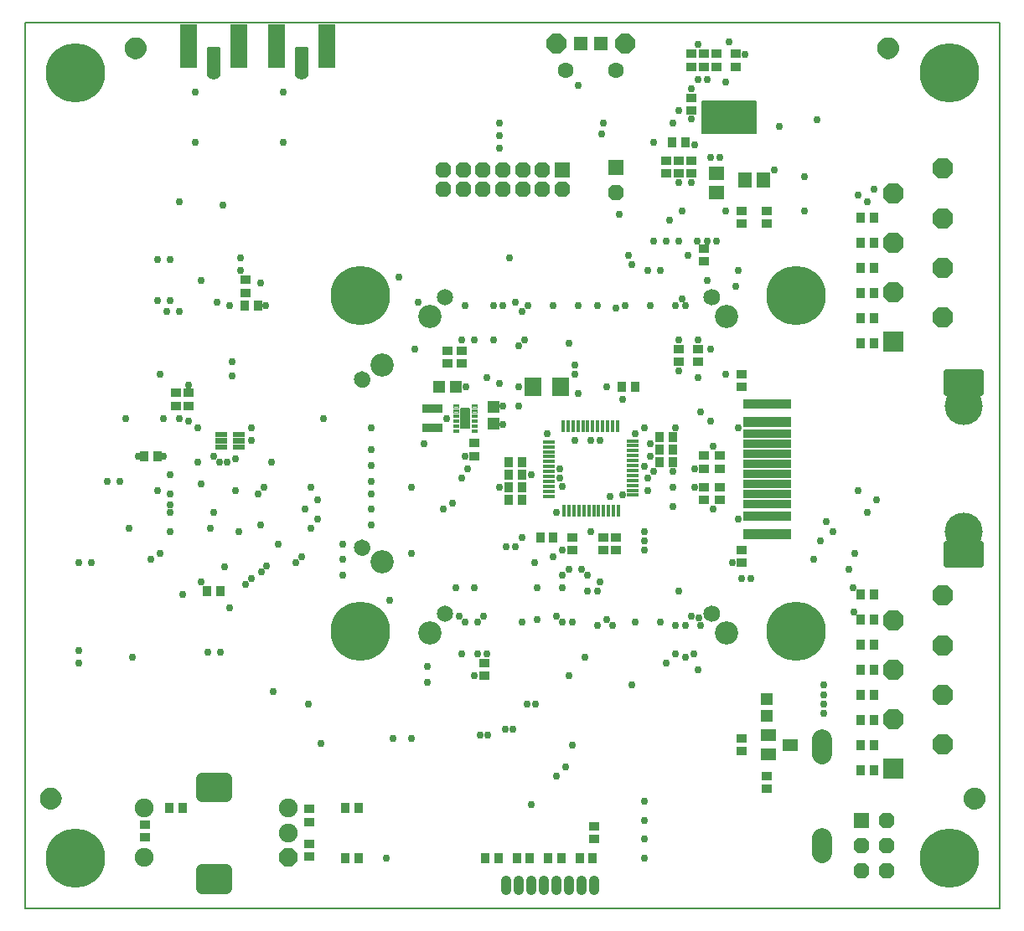
<source format=gbs>
G75*
%MOIN*%
%OFA0B0*%
%FSLAX25Y25*%
%IPPOS*%
%LPD*%
%AMOC8*
5,1,8,0,0,1.08239X$1,22.5*
%
%ADD10C,0.00600*%
%ADD11C,0.23591*%
%ADD12R,0.03346X0.04134*%
%ADD13C,0.00197*%
%ADD14C,0.05591*%
%ADD15C,0.00509*%
%ADD16R,0.06591X0.17591*%
%ADD17C,0.06299*%
%ADD18OC8,0.07677*%
%ADD19R,0.05512X0.05512*%
%ADD20R,0.08191X0.08191*%
%ADD21OC8,0.08191*%
%ADD22C,0.04331*%
%ADD23OC8,0.07480*%
%ADD24C,0.07480*%
%ADD25C,0.04921*%
%ADD26R,0.04134X0.03346*%
%ADD27C,0.00000*%
%ADD28C,0.06496*%
%ADD29C,0.09252*%
%ADD30C,0.04134*%
%ADD31C,0.07992*%
%ADD32R,0.06102X0.04528*%
%ADD33R,0.04921X0.04528*%
%ADD34C,0.00667*%
%ADD35R,0.05709X0.06496*%
%ADD36R,0.06496X0.05709*%
%ADD37R,0.08465X0.03740*%
%ADD38R,0.04528X0.04921*%
%ADD39C,0.00394*%
%ADD40C,0.00620*%
%ADD41C,0.03346*%
%ADD42R,0.06165X0.06165*%
%ADD43OC8,0.06165*%
%ADD44R,0.01575X0.04921*%
%ADD45R,0.04921X0.01575*%
%ADD46R,0.06890X0.07689*%
%ADD47C,0.00190*%
%ADD48C,0.00150*%
%ADD49C,0.02598*%
%ADD50C,0.15157*%
%ADD51C,0.02953*%
D10*
X0001300Y0001300D02*
X0388800Y0001300D01*
X0388800Y0353800D01*
X0001300Y0353800D01*
X0001300Y0001300D01*
D11*
X0021300Y0021300D03*
X0134686Y0111379D03*
X0134686Y0245237D03*
X0021300Y0333800D03*
X0307914Y0245237D03*
X0368800Y0333800D03*
X0307914Y0111379D03*
X0368800Y0021300D03*
D12*
X0338859Y0056300D03*
X0333741Y0056300D03*
X0333741Y0066300D03*
X0338859Y0066300D03*
X0338859Y0076300D03*
X0333741Y0076300D03*
X0333741Y0086300D03*
X0338859Y0086300D03*
X0338859Y0096300D03*
X0333741Y0096300D03*
X0333741Y0106300D03*
X0338859Y0106300D03*
X0338859Y0116300D03*
X0333741Y0116300D03*
X0333741Y0126300D03*
X0338859Y0126300D03*
X0258859Y0178800D03*
X0258859Y0183800D03*
X0258859Y0188800D03*
X0253741Y0188800D03*
X0253741Y0183800D03*
X0253741Y0178800D03*
X0243859Y0208800D03*
X0238741Y0208800D03*
X0198859Y0178800D03*
X0198859Y0173800D03*
X0198859Y0168800D03*
X0198859Y0163800D03*
X0193741Y0163800D03*
X0193741Y0168800D03*
X0193741Y0173800D03*
X0193741Y0178800D03*
X0206241Y0148800D03*
X0211359Y0148800D03*
X0133859Y0041300D03*
X0128741Y0041300D03*
X0128741Y0021300D03*
X0133859Y0021300D03*
X0184366Y0021300D03*
X0189484Y0021300D03*
X0196866Y0021300D03*
X0201984Y0021300D03*
X0209366Y0021300D03*
X0214484Y0021300D03*
X0221866Y0021300D03*
X0226984Y0021300D03*
X0078859Y0127550D03*
X0073741Y0127550D03*
X0053859Y0181300D03*
X0048741Y0181300D03*
X0088741Y0241300D03*
X0093859Y0241300D03*
X0258741Y0306300D03*
X0263859Y0306300D03*
X0333741Y0276300D03*
X0338859Y0276300D03*
X0338859Y0266300D03*
X0333741Y0266300D03*
X0333741Y0256300D03*
X0338859Y0256300D03*
X0338859Y0246300D03*
X0333741Y0246300D03*
X0333741Y0236300D03*
X0338859Y0236300D03*
X0338859Y0226300D03*
X0333741Y0226300D03*
X0063859Y0041300D03*
X0058741Y0041300D03*
D13*
X0076841Y0184105D02*
X0076841Y0185877D01*
X0081173Y0185877D01*
X0081173Y0184105D01*
X0076841Y0184105D01*
X0076841Y0184301D02*
X0081173Y0184301D01*
X0081173Y0184497D02*
X0076841Y0184497D01*
X0076841Y0184693D02*
X0081173Y0184693D01*
X0081173Y0184889D02*
X0076841Y0184889D01*
X0076841Y0185085D02*
X0081173Y0185085D01*
X0081173Y0185281D02*
X0076841Y0185281D01*
X0076841Y0185477D02*
X0081173Y0185477D01*
X0081173Y0185673D02*
X0076841Y0185673D01*
X0076841Y0185869D02*
X0081173Y0185869D01*
X0076841Y0186664D02*
X0076841Y0188436D01*
X0081173Y0188436D01*
X0081173Y0186664D01*
X0076841Y0186664D01*
X0076841Y0186860D02*
X0081173Y0186860D01*
X0081173Y0187056D02*
X0076841Y0187056D01*
X0076841Y0187252D02*
X0081173Y0187252D01*
X0081173Y0187448D02*
X0076841Y0187448D01*
X0076841Y0187644D02*
X0081173Y0187644D01*
X0081173Y0187840D02*
X0076841Y0187840D01*
X0076841Y0188036D02*
X0081173Y0188036D01*
X0081173Y0188232D02*
X0076841Y0188232D01*
X0076841Y0188428D02*
X0081173Y0188428D01*
X0076841Y0189223D02*
X0076841Y0190995D01*
X0081173Y0190995D01*
X0081173Y0189223D01*
X0076841Y0189223D01*
X0076841Y0189419D02*
X0081173Y0189419D01*
X0081173Y0189615D02*
X0076841Y0189615D01*
X0076841Y0189811D02*
X0081173Y0189811D01*
X0081173Y0190007D02*
X0076841Y0190007D01*
X0076841Y0190203D02*
X0081173Y0190203D01*
X0081173Y0190399D02*
X0076841Y0190399D01*
X0076841Y0190595D02*
X0081173Y0190595D01*
X0081173Y0190791D02*
X0076841Y0190791D01*
X0076841Y0190987D02*
X0081173Y0190987D01*
X0083927Y0190995D02*
X0083927Y0189223D01*
X0083927Y0190995D02*
X0088259Y0190995D01*
X0088259Y0189223D01*
X0083927Y0189223D01*
X0083927Y0189419D02*
X0088259Y0189419D01*
X0088259Y0189615D02*
X0083927Y0189615D01*
X0083927Y0189811D02*
X0088259Y0189811D01*
X0088259Y0190007D02*
X0083927Y0190007D01*
X0083927Y0190203D02*
X0088259Y0190203D01*
X0088259Y0190399D02*
X0083927Y0190399D01*
X0083927Y0190595D02*
X0088259Y0190595D01*
X0088259Y0190791D02*
X0083927Y0190791D01*
X0083927Y0190987D02*
X0088259Y0190987D01*
X0083927Y0188436D02*
X0083927Y0186664D01*
X0083927Y0188436D02*
X0088259Y0188436D01*
X0088259Y0186664D01*
X0083927Y0186664D01*
X0083927Y0186860D02*
X0088259Y0186860D01*
X0088259Y0187056D02*
X0083927Y0187056D01*
X0083927Y0187252D02*
X0088259Y0187252D01*
X0088259Y0187448D02*
X0083927Y0187448D01*
X0083927Y0187644D02*
X0088259Y0187644D01*
X0088259Y0187840D02*
X0083927Y0187840D01*
X0083927Y0188036D02*
X0088259Y0188036D01*
X0088259Y0188232D02*
X0083927Y0188232D01*
X0083927Y0188428D02*
X0088259Y0188428D01*
X0083927Y0185877D02*
X0083927Y0184105D01*
X0083927Y0185877D02*
X0088259Y0185877D01*
X0088259Y0184105D01*
X0083927Y0184105D01*
X0083927Y0184301D02*
X0088259Y0184301D01*
X0088259Y0184497D02*
X0083927Y0184497D01*
X0083927Y0184693D02*
X0088259Y0184693D01*
X0088259Y0184889D02*
X0083927Y0184889D01*
X0083927Y0185085D02*
X0088259Y0185085D01*
X0088259Y0185281D02*
X0083927Y0185281D01*
X0083927Y0185477D02*
X0088259Y0185477D01*
X0088259Y0185673D02*
X0083927Y0185673D01*
X0083927Y0185869D02*
X0088259Y0185869D01*
D14*
X0076300Y0333800D03*
X0111300Y0333800D03*
D15*
X0113591Y0335630D02*
X0113591Y0343712D01*
X0113591Y0335630D02*
X0109009Y0335630D01*
X0109009Y0343712D01*
X0113591Y0343712D01*
X0113591Y0336138D02*
X0109009Y0336138D01*
X0109009Y0336646D02*
X0113591Y0336646D01*
X0113591Y0337154D02*
X0109009Y0337154D01*
X0109009Y0337662D02*
X0113591Y0337662D01*
X0113591Y0338170D02*
X0109009Y0338170D01*
X0109009Y0338678D02*
X0113591Y0338678D01*
X0113591Y0339186D02*
X0109009Y0339186D01*
X0109009Y0339694D02*
X0113591Y0339694D01*
X0113591Y0340202D02*
X0109009Y0340202D01*
X0109009Y0340710D02*
X0113591Y0340710D01*
X0113591Y0341218D02*
X0109009Y0341218D01*
X0109009Y0341726D02*
X0113591Y0341726D01*
X0113591Y0342234D02*
X0109009Y0342234D01*
X0109009Y0342742D02*
X0113591Y0342742D01*
X0113591Y0343250D02*
X0109009Y0343250D01*
X0078591Y0343712D02*
X0078591Y0335630D01*
X0074009Y0335630D01*
X0074009Y0343712D01*
X0078591Y0343712D01*
X0078591Y0336138D02*
X0074009Y0336138D01*
X0074009Y0336646D02*
X0078591Y0336646D01*
X0078591Y0337154D02*
X0074009Y0337154D01*
X0074009Y0337662D02*
X0078591Y0337662D01*
X0078591Y0338170D02*
X0074009Y0338170D01*
X0074009Y0338678D02*
X0078591Y0338678D01*
X0078591Y0339186D02*
X0074009Y0339186D01*
X0074009Y0339694D02*
X0078591Y0339694D01*
X0078591Y0340202D02*
X0074009Y0340202D01*
X0074009Y0340710D02*
X0078591Y0340710D01*
X0078591Y0341218D02*
X0074009Y0341218D01*
X0074009Y0341726D02*
X0078591Y0341726D01*
X0078591Y0342234D02*
X0074009Y0342234D01*
X0074009Y0342742D02*
X0078591Y0342742D01*
X0078591Y0343250D02*
X0074009Y0343250D01*
D16*
X0066300Y0344550D03*
X0086300Y0344550D03*
X0101300Y0344550D03*
X0121300Y0344550D03*
D17*
X0216457Y0334961D03*
X0236143Y0334961D03*
D18*
X0240080Y0345591D03*
X0212520Y0345591D03*
D19*
X0222363Y0345591D03*
X0230237Y0345591D03*
D20*
X0346615Y0226772D03*
X0346615Y0056772D03*
D21*
X0366300Y0066615D03*
X0366300Y0086300D03*
X0346615Y0076457D03*
X0346615Y0096143D03*
X0366300Y0105985D03*
X0366300Y0125670D03*
X0346615Y0115828D03*
X0366300Y0236615D03*
X0346615Y0246457D03*
X0366300Y0256300D03*
X0366300Y0275985D03*
X0346615Y0266143D03*
X0346615Y0285828D03*
X0366300Y0295670D03*
D22*
X0342260Y0343800D02*
X0342262Y0343893D01*
X0342268Y0343985D01*
X0342278Y0344077D01*
X0342292Y0344168D01*
X0342309Y0344259D01*
X0342331Y0344349D01*
X0342356Y0344438D01*
X0342385Y0344526D01*
X0342418Y0344612D01*
X0342455Y0344697D01*
X0342495Y0344781D01*
X0342539Y0344862D01*
X0342586Y0344942D01*
X0342636Y0345020D01*
X0342690Y0345095D01*
X0342747Y0345168D01*
X0342807Y0345238D01*
X0342870Y0345306D01*
X0342936Y0345371D01*
X0343004Y0345433D01*
X0343075Y0345493D01*
X0343149Y0345549D01*
X0343225Y0345602D01*
X0343303Y0345651D01*
X0343383Y0345698D01*
X0343465Y0345740D01*
X0343549Y0345780D01*
X0343634Y0345815D01*
X0343721Y0345847D01*
X0343809Y0345876D01*
X0343898Y0345900D01*
X0343988Y0345921D01*
X0344079Y0345937D01*
X0344171Y0345950D01*
X0344263Y0345959D01*
X0344356Y0345964D01*
X0344448Y0345965D01*
X0344541Y0345962D01*
X0344633Y0345955D01*
X0344725Y0345944D01*
X0344816Y0345929D01*
X0344907Y0345911D01*
X0344997Y0345888D01*
X0345085Y0345862D01*
X0345173Y0345832D01*
X0345259Y0345798D01*
X0345343Y0345761D01*
X0345426Y0345719D01*
X0345507Y0345675D01*
X0345587Y0345627D01*
X0345664Y0345576D01*
X0345738Y0345521D01*
X0345811Y0345463D01*
X0345881Y0345403D01*
X0345948Y0345339D01*
X0346012Y0345273D01*
X0346074Y0345203D01*
X0346132Y0345132D01*
X0346187Y0345058D01*
X0346239Y0344981D01*
X0346288Y0344902D01*
X0346334Y0344822D01*
X0346376Y0344739D01*
X0346414Y0344655D01*
X0346449Y0344569D01*
X0346480Y0344482D01*
X0346507Y0344394D01*
X0346530Y0344304D01*
X0346550Y0344214D01*
X0346566Y0344123D01*
X0346578Y0344031D01*
X0346586Y0343939D01*
X0346590Y0343846D01*
X0346590Y0343754D01*
X0346586Y0343661D01*
X0346578Y0343569D01*
X0346566Y0343477D01*
X0346550Y0343386D01*
X0346530Y0343296D01*
X0346507Y0343206D01*
X0346480Y0343118D01*
X0346449Y0343031D01*
X0346414Y0342945D01*
X0346376Y0342861D01*
X0346334Y0342778D01*
X0346288Y0342698D01*
X0346239Y0342619D01*
X0346187Y0342542D01*
X0346132Y0342468D01*
X0346074Y0342397D01*
X0346012Y0342327D01*
X0345948Y0342261D01*
X0345881Y0342197D01*
X0345811Y0342137D01*
X0345738Y0342079D01*
X0345664Y0342024D01*
X0345587Y0341973D01*
X0345508Y0341925D01*
X0345426Y0341881D01*
X0345343Y0341839D01*
X0345259Y0341802D01*
X0345173Y0341768D01*
X0345085Y0341738D01*
X0344997Y0341712D01*
X0344907Y0341689D01*
X0344816Y0341671D01*
X0344725Y0341656D01*
X0344633Y0341645D01*
X0344541Y0341638D01*
X0344448Y0341635D01*
X0344356Y0341636D01*
X0344263Y0341641D01*
X0344171Y0341650D01*
X0344079Y0341663D01*
X0343988Y0341679D01*
X0343898Y0341700D01*
X0343809Y0341724D01*
X0343721Y0341753D01*
X0343634Y0341785D01*
X0343549Y0341820D01*
X0343465Y0341860D01*
X0343383Y0341902D01*
X0343303Y0341949D01*
X0343225Y0341998D01*
X0343149Y0342051D01*
X0343075Y0342107D01*
X0343004Y0342167D01*
X0342936Y0342229D01*
X0342870Y0342294D01*
X0342807Y0342362D01*
X0342747Y0342432D01*
X0342690Y0342505D01*
X0342636Y0342580D01*
X0342586Y0342658D01*
X0342539Y0342738D01*
X0342495Y0342819D01*
X0342455Y0342903D01*
X0342418Y0342988D01*
X0342385Y0343074D01*
X0342356Y0343162D01*
X0342331Y0343251D01*
X0342309Y0343341D01*
X0342292Y0343432D01*
X0342278Y0343523D01*
X0342268Y0343615D01*
X0342262Y0343707D01*
X0342260Y0343800D01*
X0376635Y0045050D02*
X0376637Y0045143D01*
X0376643Y0045235D01*
X0376653Y0045327D01*
X0376667Y0045418D01*
X0376684Y0045509D01*
X0376706Y0045599D01*
X0376731Y0045688D01*
X0376760Y0045776D01*
X0376793Y0045862D01*
X0376830Y0045947D01*
X0376870Y0046031D01*
X0376914Y0046112D01*
X0376961Y0046192D01*
X0377011Y0046270D01*
X0377065Y0046345D01*
X0377122Y0046418D01*
X0377182Y0046488D01*
X0377245Y0046556D01*
X0377311Y0046621D01*
X0377379Y0046683D01*
X0377450Y0046743D01*
X0377524Y0046799D01*
X0377600Y0046852D01*
X0377678Y0046901D01*
X0377758Y0046948D01*
X0377840Y0046990D01*
X0377924Y0047030D01*
X0378009Y0047065D01*
X0378096Y0047097D01*
X0378184Y0047126D01*
X0378273Y0047150D01*
X0378363Y0047171D01*
X0378454Y0047187D01*
X0378546Y0047200D01*
X0378638Y0047209D01*
X0378731Y0047214D01*
X0378823Y0047215D01*
X0378916Y0047212D01*
X0379008Y0047205D01*
X0379100Y0047194D01*
X0379191Y0047179D01*
X0379282Y0047161D01*
X0379372Y0047138D01*
X0379460Y0047112D01*
X0379548Y0047082D01*
X0379634Y0047048D01*
X0379718Y0047011D01*
X0379801Y0046969D01*
X0379882Y0046925D01*
X0379962Y0046877D01*
X0380039Y0046826D01*
X0380113Y0046771D01*
X0380186Y0046713D01*
X0380256Y0046653D01*
X0380323Y0046589D01*
X0380387Y0046523D01*
X0380449Y0046453D01*
X0380507Y0046382D01*
X0380562Y0046308D01*
X0380614Y0046231D01*
X0380663Y0046152D01*
X0380709Y0046072D01*
X0380751Y0045989D01*
X0380789Y0045905D01*
X0380824Y0045819D01*
X0380855Y0045732D01*
X0380882Y0045644D01*
X0380905Y0045554D01*
X0380925Y0045464D01*
X0380941Y0045373D01*
X0380953Y0045281D01*
X0380961Y0045189D01*
X0380965Y0045096D01*
X0380965Y0045004D01*
X0380961Y0044911D01*
X0380953Y0044819D01*
X0380941Y0044727D01*
X0380925Y0044636D01*
X0380905Y0044546D01*
X0380882Y0044456D01*
X0380855Y0044368D01*
X0380824Y0044281D01*
X0380789Y0044195D01*
X0380751Y0044111D01*
X0380709Y0044028D01*
X0380663Y0043948D01*
X0380614Y0043869D01*
X0380562Y0043792D01*
X0380507Y0043718D01*
X0380449Y0043647D01*
X0380387Y0043577D01*
X0380323Y0043511D01*
X0380256Y0043447D01*
X0380186Y0043387D01*
X0380113Y0043329D01*
X0380039Y0043274D01*
X0379962Y0043223D01*
X0379883Y0043175D01*
X0379801Y0043131D01*
X0379718Y0043089D01*
X0379634Y0043052D01*
X0379548Y0043018D01*
X0379460Y0042988D01*
X0379372Y0042962D01*
X0379282Y0042939D01*
X0379191Y0042921D01*
X0379100Y0042906D01*
X0379008Y0042895D01*
X0378916Y0042888D01*
X0378823Y0042885D01*
X0378731Y0042886D01*
X0378638Y0042891D01*
X0378546Y0042900D01*
X0378454Y0042913D01*
X0378363Y0042929D01*
X0378273Y0042950D01*
X0378184Y0042974D01*
X0378096Y0043003D01*
X0378009Y0043035D01*
X0377924Y0043070D01*
X0377840Y0043110D01*
X0377758Y0043152D01*
X0377678Y0043199D01*
X0377600Y0043248D01*
X0377524Y0043301D01*
X0377450Y0043357D01*
X0377379Y0043417D01*
X0377311Y0043479D01*
X0377245Y0043544D01*
X0377182Y0043612D01*
X0377122Y0043682D01*
X0377065Y0043755D01*
X0377011Y0043830D01*
X0376961Y0043908D01*
X0376914Y0043988D01*
X0376870Y0044069D01*
X0376830Y0044153D01*
X0376793Y0044238D01*
X0376760Y0044324D01*
X0376731Y0044412D01*
X0376706Y0044501D01*
X0376684Y0044591D01*
X0376667Y0044682D01*
X0376653Y0044773D01*
X0376643Y0044865D01*
X0376637Y0044957D01*
X0376635Y0045050D01*
X0042885Y0343800D02*
X0042887Y0343893D01*
X0042893Y0343985D01*
X0042903Y0344077D01*
X0042917Y0344168D01*
X0042934Y0344259D01*
X0042956Y0344349D01*
X0042981Y0344438D01*
X0043010Y0344526D01*
X0043043Y0344612D01*
X0043080Y0344697D01*
X0043120Y0344781D01*
X0043164Y0344862D01*
X0043211Y0344942D01*
X0043261Y0345020D01*
X0043315Y0345095D01*
X0043372Y0345168D01*
X0043432Y0345238D01*
X0043495Y0345306D01*
X0043561Y0345371D01*
X0043629Y0345433D01*
X0043700Y0345493D01*
X0043774Y0345549D01*
X0043850Y0345602D01*
X0043928Y0345651D01*
X0044008Y0345698D01*
X0044090Y0345740D01*
X0044174Y0345780D01*
X0044259Y0345815D01*
X0044346Y0345847D01*
X0044434Y0345876D01*
X0044523Y0345900D01*
X0044613Y0345921D01*
X0044704Y0345937D01*
X0044796Y0345950D01*
X0044888Y0345959D01*
X0044981Y0345964D01*
X0045073Y0345965D01*
X0045166Y0345962D01*
X0045258Y0345955D01*
X0045350Y0345944D01*
X0045441Y0345929D01*
X0045532Y0345911D01*
X0045622Y0345888D01*
X0045710Y0345862D01*
X0045798Y0345832D01*
X0045884Y0345798D01*
X0045968Y0345761D01*
X0046051Y0345719D01*
X0046132Y0345675D01*
X0046212Y0345627D01*
X0046289Y0345576D01*
X0046363Y0345521D01*
X0046436Y0345463D01*
X0046506Y0345403D01*
X0046573Y0345339D01*
X0046637Y0345273D01*
X0046699Y0345203D01*
X0046757Y0345132D01*
X0046812Y0345058D01*
X0046864Y0344981D01*
X0046913Y0344902D01*
X0046959Y0344822D01*
X0047001Y0344739D01*
X0047039Y0344655D01*
X0047074Y0344569D01*
X0047105Y0344482D01*
X0047132Y0344394D01*
X0047155Y0344304D01*
X0047175Y0344214D01*
X0047191Y0344123D01*
X0047203Y0344031D01*
X0047211Y0343939D01*
X0047215Y0343846D01*
X0047215Y0343754D01*
X0047211Y0343661D01*
X0047203Y0343569D01*
X0047191Y0343477D01*
X0047175Y0343386D01*
X0047155Y0343296D01*
X0047132Y0343206D01*
X0047105Y0343118D01*
X0047074Y0343031D01*
X0047039Y0342945D01*
X0047001Y0342861D01*
X0046959Y0342778D01*
X0046913Y0342698D01*
X0046864Y0342619D01*
X0046812Y0342542D01*
X0046757Y0342468D01*
X0046699Y0342397D01*
X0046637Y0342327D01*
X0046573Y0342261D01*
X0046506Y0342197D01*
X0046436Y0342137D01*
X0046363Y0342079D01*
X0046289Y0342024D01*
X0046212Y0341973D01*
X0046133Y0341925D01*
X0046051Y0341881D01*
X0045968Y0341839D01*
X0045884Y0341802D01*
X0045798Y0341768D01*
X0045710Y0341738D01*
X0045622Y0341712D01*
X0045532Y0341689D01*
X0045441Y0341671D01*
X0045350Y0341656D01*
X0045258Y0341645D01*
X0045166Y0341638D01*
X0045073Y0341635D01*
X0044981Y0341636D01*
X0044888Y0341641D01*
X0044796Y0341650D01*
X0044704Y0341663D01*
X0044613Y0341679D01*
X0044523Y0341700D01*
X0044434Y0341724D01*
X0044346Y0341753D01*
X0044259Y0341785D01*
X0044174Y0341820D01*
X0044090Y0341860D01*
X0044008Y0341902D01*
X0043928Y0341949D01*
X0043850Y0341998D01*
X0043774Y0342051D01*
X0043700Y0342107D01*
X0043629Y0342167D01*
X0043561Y0342229D01*
X0043495Y0342294D01*
X0043432Y0342362D01*
X0043372Y0342432D01*
X0043315Y0342505D01*
X0043261Y0342580D01*
X0043211Y0342658D01*
X0043164Y0342738D01*
X0043120Y0342819D01*
X0043080Y0342903D01*
X0043043Y0342988D01*
X0043010Y0343074D01*
X0042981Y0343162D01*
X0042956Y0343251D01*
X0042934Y0343341D01*
X0042917Y0343432D01*
X0042903Y0343523D01*
X0042893Y0343615D01*
X0042887Y0343707D01*
X0042885Y0343800D01*
X0009135Y0045050D02*
X0009137Y0045143D01*
X0009143Y0045235D01*
X0009153Y0045327D01*
X0009167Y0045418D01*
X0009184Y0045509D01*
X0009206Y0045599D01*
X0009231Y0045688D01*
X0009260Y0045776D01*
X0009293Y0045862D01*
X0009330Y0045947D01*
X0009370Y0046031D01*
X0009414Y0046112D01*
X0009461Y0046192D01*
X0009511Y0046270D01*
X0009565Y0046345D01*
X0009622Y0046418D01*
X0009682Y0046488D01*
X0009745Y0046556D01*
X0009811Y0046621D01*
X0009879Y0046683D01*
X0009950Y0046743D01*
X0010024Y0046799D01*
X0010100Y0046852D01*
X0010178Y0046901D01*
X0010258Y0046948D01*
X0010340Y0046990D01*
X0010424Y0047030D01*
X0010509Y0047065D01*
X0010596Y0047097D01*
X0010684Y0047126D01*
X0010773Y0047150D01*
X0010863Y0047171D01*
X0010954Y0047187D01*
X0011046Y0047200D01*
X0011138Y0047209D01*
X0011231Y0047214D01*
X0011323Y0047215D01*
X0011416Y0047212D01*
X0011508Y0047205D01*
X0011600Y0047194D01*
X0011691Y0047179D01*
X0011782Y0047161D01*
X0011872Y0047138D01*
X0011960Y0047112D01*
X0012048Y0047082D01*
X0012134Y0047048D01*
X0012218Y0047011D01*
X0012301Y0046969D01*
X0012382Y0046925D01*
X0012462Y0046877D01*
X0012539Y0046826D01*
X0012613Y0046771D01*
X0012686Y0046713D01*
X0012756Y0046653D01*
X0012823Y0046589D01*
X0012887Y0046523D01*
X0012949Y0046453D01*
X0013007Y0046382D01*
X0013062Y0046308D01*
X0013114Y0046231D01*
X0013163Y0046152D01*
X0013209Y0046072D01*
X0013251Y0045989D01*
X0013289Y0045905D01*
X0013324Y0045819D01*
X0013355Y0045732D01*
X0013382Y0045644D01*
X0013405Y0045554D01*
X0013425Y0045464D01*
X0013441Y0045373D01*
X0013453Y0045281D01*
X0013461Y0045189D01*
X0013465Y0045096D01*
X0013465Y0045004D01*
X0013461Y0044911D01*
X0013453Y0044819D01*
X0013441Y0044727D01*
X0013425Y0044636D01*
X0013405Y0044546D01*
X0013382Y0044456D01*
X0013355Y0044368D01*
X0013324Y0044281D01*
X0013289Y0044195D01*
X0013251Y0044111D01*
X0013209Y0044028D01*
X0013163Y0043948D01*
X0013114Y0043869D01*
X0013062Y0043792D01*
X0013007Y0043718D01*
X0012949Y0043647D01*
X0012887Y0043577D01*
X0012823Y0043511D01*
X0012756Y0043447D01*
X0012686Y0043387D01*
X0012613Y0043329D01*
X0012539Y0043274D01*
X0012462Y0043223D01*
X0012383Y0043175D01*
X0012301Y0043131D01*
X0012218Y0043089D01*
X0012134Y0043052D01*
X0012048Y0043018D01*
X0011960Y0042988D01*
X0011872Y0042962D01*
X0011782Y0042939D01*
X0011691Y0042921D01*
X0011600Y0042906D01*
X0011508Y0042895D01*
X0011416Y0042888D01*
X0011323Y0042885D01*
X0011231Y0042886D01*
X0011138Y0042891D01*
X0011046Y0042900D01*
X0010954Y0042913D01*
X0010863Y0042929D01*
X0010773Y0042950D01*
X0010684Y0042974D01*
X0010596Y0043003D01*
X0010509Y0043035D01*
X0010424Y0043070D01*
X0010340Y0043110D01*
X0010258Y0043152D01*
X0010178Y0043199D01*
X0010100Y0043248D01*
X0010024Y0043301D01*
X0009950Y0043357D01*
X0009879Y0043417D01*
X0009811Y0043479D01*
X0009745Y0043544D01*
X0009682Y0043612D01*
X0009622Y0043682D01*
X0009565Y0043755D01*
X0009511Y0043830D01*
X0009461Y0043908D01*
X0009414Y0043988D01*
X0009370Y0044069D01*
X0009330Y0044153D01*
X0009293Y0044238D01*
X0009260Y0044324D01*
X0009231Y0044412D01*
X0009206Y0044501D01*
X0009184Y0044591D01*
X0009167Y0044682D01*
X0009153Y0044773D01*
X0009143Y0044865D01*
X0009137Y0044957D01*
X0009135Y0045050D01*
D23*
X0105828Y0021457D03*
D24*
X0105828Y0031300D03*
X0105828Y0041143D03*
X0048741Y0041143D03*
X0048741Y0021457D03*
D25*
X0071576Y0016339D02*
X0071576Y0009646D01*
X0081024Y0009646D01*
X0081024Y0016339D01*
X0071576Y0016339D01*
X0071576Y0012993D02*
X0081024Y0012993D01*
X0081024Y0046261D02*
X0071576Y0046261D01*
X0071576Y0052954D01*
X0081024Y0052954D01*
X0081024Y0046261D01*
X0081024Y0049607D02*
X0071576Y0049607D01*
D26*
X0048800Y0034484D03*
X0048800Y0029366D03*
X0114425Y0026984D03*
X0114425Y0021866D03*
X0114425Y0035616D03*
X0114425Y0040734D03*
X0183800Y0093741D03*
X0183800Y0098859D03*
X0218800Y0143741D03*
X0218800Y0148859D03*
X0231300Y0148859D03*
X0236300Y0148859D03*
X0236300Y0143741D03*
X0231300Y0143741D03*
X0271300Y0163741D03*
X0271300Y0168859D03*
X0277550Y0168859D03*
X0277550Y0163741D03*
X0277550Y0176241D03*
X0277550Y0181359D03*
X0271300Y0181359D03*
X0271300Y0176241D03*
X0286300Y0208741D03*
X0286300Y0213859D03*
X0268800Y0218741D03*
X0268800Y0223859D03*
X0261300Y0223859D03*
X0261300Y0218741D03*
X0271300Y0258741D03*
X0271300Y0263859D03*
X0286300Y0273741D03*
X0286300Y0278859D03*
X0296300Y0278859D03*
X0296300Y0273741D03*
X0266300Y0293741D03*
X0261300Y0293741D03*
X0256300Y0293741D03*
X0256300Y0298859D03*
X0261300Y0298859D03*
X0266300Y0298859D03*
X0266300Y0318741D03*
X0266300Y0323859D03*
X0266300Y0336241D03*
X0266300Y0341359D03*
X0271300Y0341359D03*
X0276300Y0341359D03*
X0276300Y0336241D03*
X0271300Y0336241D03*
X0283800Y0336241D03*
X0283800Y0341359D03*
X0175050Y0223234D03*
X0175050Y0218116D03*
X0169425Y0218116D03*
X0169425Y0223234D03*
X0180050Y0186359D03*
X0180050Y0181241D03*
X0088800Y0246241D03*
X0088800Y0251359D03*
X0066300Y0206359D03*
X0061300Y0206359D03*
X0061300Y0201241D03*
X0066300Y0201241D03*
X0227550Y0033859D03*
X0227550Y0028741D03*
X0286300Y0063741D03*
X0286300Y0068859D03*
X0296300Y0053859D03*
X0296300Y0048741D03*
X0286300Y0138741D03*
X0286300Y0143859D03*
D27*
X0271497Y0118662D02*
X0271499Y0118770D01*
X0271505Y0118879D01*
X0271515Y0118987D01*
X0271529Y0119094D01*
X0271547Y0119201D01*
X0271568Y0119308D01*
X0271594Y0119413D01*
X0271624Y0119518D01*
X0271657Y0119621D01*
X0271694Y0119723D01*
X0271735Y0119823D01*
X0271779Y0119922D01*
X0271828Y0120020D01*
X0271879Y0120115D01*
X0271934Y0120208D01*
X0271993Y0120300D01*
X0272055Y0120389D01*
X0272120Y0120476D01*
X0272188Y0120560D01*
X0272259Y0120642D01*
X0272333Y0120721D01*
X0272410Y0120797D01*
X0272490Y0120871D01*
X0272573Y0120941D01*
X0272658Y0121009D01*
X0272745Y0121073D01*
X0272835Y0121134D01*
X0272927Y0121192D01*
X0273021Y0121246D01*
X0273117Y0121297D01*
X0273214Y0121344D01*
X0273314Y0121388D01*
X0273415Y0121428D01*
X0273517Y0121464D01*
X0273620Y0121496D01*
X0273725Y0121525D01*
X0273831Y0121549D01*
X0273937Y0121570D01*
X0274044Y0121587D01*
X0274152Y0121600D01*
X0274260Y0121609D01*
X0274369Y0121614D01*
X0274477Y0121615D01*
X0274586Y0121612D01*
X0274694Y0121605D01*
X0274802Y0121594D01*
X0274909Y0121579D01*
X0275016Y0121560D01*
X0275122Y0121537D01*
X0275227Y0121511D01*
X0275332Y0121480D01*
X0275434Y0121446D01*
X0275536Y0121408D01*
X0275636Y0121366D01*
X0275735Y0121321D01*
X0275832Y0121272D01*
X0275926Y0121219D01*
X0276019Y0121163D01*
X0276110Y0121104D01*
X0276199Y0121041D01*
X0276285Y0120976D01*
X0276369Y0120907D01*
X0276450Y0120835D01*
X0276528Y0120760D01*
X0276604Y0120682D01*
X0276677Y0120601D01*
X0276747Y0120518D01*
X0276813Y0120433D01*
X0276877Y0120345D01*
X0276937Y0120254D01*
X0276994Y0120162D01*
X0277047Y0120067D01*
X0277097Y0119971D01*
X0277143Y0119873D01*
X0277186Y0119773D01*
X0277225Y0119672D01*
X0277260Y0119569D01*
X0277292Y0119466D01*
X0277319Y0119361D01*
X0277343Y0119255D01*
X0277363Y0119148D01*
X0277379Y0119041D01*
X0277391Y0118933D01*
X0277399Y0118825D01*
X0277403Y0118716D01*
X0277403Y0118608D01*
X0277399Y0118499D01*
X0277391Y0118391D01*
X0277379Y0118283D01*
X0277363Y0118176D01*
X0277343Y0118069D01*
X0277319Y0117963D01*
X0277292Y0117858D01*
X0277260Y0117755D01*
X0277225Y0117652D01*
X0277186Y0117551D01*
X0277143Y0117451D01*
X0277097Y0117353D01*
X0277047Y0117257D01*
X0276994Y0117162D01*
X0276937Y0117070D01*
X0276877Y0116979D01*
X0276813Y0116891D01*
X0276747Y0116806D01*
X0276677Y0116723D01*
X0276604Y0116642D01*
X0276528Y0116564D01*
X0276450Y0116489D01*
X0276369Y0116417D01*
X0276285Y0116348D01*
X0276199Y0116283D01*
X0276110Y0116220D01*
X0276019Y0116161D01*
X0275927Y0116105D01*
X0275832Y0116052D01*
X0275735Y0116003D01*
X0275636Y0115958D01*
X0275536Y0115916D01*
X0275434Y0115878D01*
X0275332Y0115844D01*
X0275227Y0115813D01*
X0275122Y0115787D01*
X0275016Y0115764D01*
X0274909Y0115745D01*
X0274802Y0115730D01*
X0274694Y0115719D01*
X0274586Y0115712D01*
X0274477Y0115709D01*
X0274369Y0115710D01*
X0274260Y0115715D01*
X0274152Y0115724D01*
X0274044Y0115737D01*
X0273937Y0115754D01*
X0273831Y0115775D01*
X0273725Y0115799D01*
X0273620Y0115828D01*
X0273517Y0115860D01*
X0273415Y0115896D01*
X0273314Y0115936D01*
X0273214Y0115980D01*
X0273117Y0116027D01*
X0273021Y0116078D01*
X0272927Y0116132D01*
X0272835Y0116190D01*
X0272745Y0116251D01*
X0272658Y0116315D01*
X0272573Y0116383D01*
X0272490Y0116453D01*
X0272410Y0116527D01*
X0272333Y0116603D01*
X0272259Y0116682D01*
X0272188Y0116764D01*
X0272120Y0116848D01*
X0272055Y0116935D01*
X0271993Y0117024D01*
X0271934Y0117116D01*
X0271879Y0117209D01*
X0271828Y0117304D01*
X0271779Y0117402D01*
X0271735Y0117501D01*
X0271694Y0117601D01*
X0271657Y0117703D01*
X0271624Y0117806D01*
X0271594Y0117911D01*
X0271568Y0118016D01*
X0271547Y0118123D01*
X0271529Y0118230D01*
X0271515Y0118337D01*
X0271505Y0118445D01*
X0271499Y0118554D01*
X0271497Y0118662D01*
X0165197Y0118662D02*
X0165199Y0118770D01*
X0165205Y0118879D01*
X0165215Y0118987D01*
X0165229Y0119094D01*
X0165247Y0119201D01*
X0165268Y0119308D01*
X0165294Y0119413D01*
X0165324Y0119518D01*
X0165357Y0119621D01*
X0165394Y0119723D01*
X0165435Y0119823D01*
X0165479Y0119922D01*
X0165528Y0120020D01*
X0165579Y0120115D01*
X0165634Y0120208D01*
X0165693Y0120300D01*
X0165755Y0120389D01*
X0165820Y0120476D01*
X0165888Y0120560D01*
X0165959Y0120642D01*
X0166033Y0120721D01*
X0166110Y0120797D01*
X0166190Y0120871D01*
X0166273Y0120941D01*
X0166358Y0121009D01*
X0166445Y0121073D01*
X0166535Y0121134D01*
X0166627Y0121192D01*
X0166721Y0121246D01*
X0166817Y0121297D01*
X0166914Y0121344D01*
X0167014Y0121388D01*
X0167115Y0121428D01*
X0167217Y0121464D01*
X0167320Y0121496D01*
X0167425Y0121525D01*
X0167531Y0121549D01*
X0167637Y0121570D01*
X0167744Y0121587D01*
X0167852Y0121600D01*
X0167960Y0121609D01*
X0168069Y0121614D01*
X0168177Y0121615D01*
X0168286Y0121612D01*
X0168394Y0121605D01*
X0168502Y0121594D01*
X0168609Y0121579D01*
X0168716Y0121560D01*
X0168822Y0121537D01*
X0168927Y0121511D01*
X0169032Y0121480D01*
X0169134Y0121446D01*
X0169236Y0121408D01*
X0169336Y0121366D01*
X0169435Y0121321D01*
X0169532Y0121272D01*
X0169626Y0121219D01*
X0169719Y0121163D01*
X0169810Y0121104D01*
X0169899Y0121041D01*
X0169985Y0120976D01*
X0170069Y0120907D01*
X0170150Y0120835D01*
X0170228Y0120760D01*
X0170304Y0120682D01*
X0170377Y0120601D01*
X0170447Y0120518D01*
X0170513Y0120433D01*
X0170577Y0120345D01*
X0170637Y0120254D01*
X0170694Y0120162D01*
X0170747Y0120067D01*
X0170797Y0119971D01*
X0170843Y0119873D01*
X0170886Y0119773D01*
X0170925Y0119672D01*
X0170960Y0119569D01*
X0170992Y0119466D01*
X0171019Y0119361D01*
X0171043Y0119255D01*
X0171063Y0119148D01*
X0171079Y0119041D01*
X0171091Y0118933D01*
X0171099Y0118825D01*
X0171103Y0118716D01*
X0171103Y0118608D01*
X0171099Y0118499D01*
X0171091Y0118391D01*
X0171079Y0118283D01*
X0171063Y0118176D01*
X0171043Y0118069D01*
X0171019Y0117963D01*
X0170992Y0117858D01*
X0170960Y0117755D01*
X0170925Y0117652D01*
X0170886Y0117551D01*
X0170843Y0117451D01*
X0170797Y0117353D01*
X0170747Y0117257D01*
X0170694Y0117162D01*
X0170637Y0117070D01*
X0170577Y0116979D01*
X0170513Y0116891D01*
X0170447Y0116806D01*
X0170377Y0116723D01*
X0170304Y0116642D01*
X0170228Y0116564D01*
X0170150Y0116489D01*
X0170069Y0116417D01*
X0169985Y0116348D01*
X0169899Y0116283D01*
X0169810Y0116220D01*
X0169719Y0116161D01*
X0169627Y0116105D01*
X0169532Y0116052D01*
X0169435Y0116003D01*
X0169336Y0115958D01*
X0169236Y0115916D01*
X0169134Y0115878D01*
X0169032Y0115844D01*
X0168927Y0115813D01*
X0168822Y0115787D01*
X0168716Y0115764D01*
X0168609Y0115745D01*
X0168502Y0115730D01*
X0168394Y0115719D01*
X0168286Y0115712D01*
X0168177Y0115709D01*
X0168069Y0115710D01*
X0167960Y0115715D01*
X0167852Y0115724D01*
X0167744Y0115737D01*
X0167637Y0115754D01*
X0167531Y0115775D01*
X0167425Y0115799D01*
X0167320Y0115828D01*
X0167217Y0115860D01*
X0167115Y0115896D01*
X0167014Y0115936D01*
X0166914Y0115980D01*
X0166817Y0116027D01*
X0166721Y0116078D01*
X0166627Y0116132D01*
X0166535Y0116190D01*
X0166445Y0116251D01*
X0166358Y0116315D01*
X0166273Y0116383D01*
X0166190Y0116453D01*
X0166110Y0116527D01*
X0166033Y0116603D01*
X0165959Y0116682D01*
X0165888Y0116764D01*
X0165820Y0116848D01*
X0165755Y0116935D01*
X0165693Y0117024D01*
X0165634Y0117116D01*
X0165579Y0117209D01*
X0165528Y0117304D01*
X0165479Y0117402D01*
X0165435Y0117501D01*
X0165394Y0117601D01*
X0165357Y0117703D01*
X0165324Y0117806D01*
X0165294Y0117911D01*
X0165268Y0118016D01*
X0165247Y0118123D01*
X0165229Y0118230D01*
X0165215Y0118337D01*
X0165205Y0118445D01*
X0165199Y0118554D01*
X0165197Y0118662D01*
X0132323Y0144843D02*
X0132325Y0144951D01*
X0132331Y0145060D01*
X0132341Y0145168D01*
X0132355Y0145275D01*
X0132373Y0145382D01*
X0132394Y0145489D01*
X0132420Y0145594D01*
X0132450Y0145699D01*
X0132483Y0145802D01*
X0132520Y0145904D01*
X0132561Y0146004D01*
X0132605Y0146103D01*
X0132654Y0146201D01*
X0132705Y0146296D01*
X0132760Y0146389D01*
X0132819Y0146481D01*
X0132881Y0146570D01*
X0132946Y0146657D01*
X0133014Y0146741D01*
X0133085Y0146823D01*
X0133159Y0146902D01*
X0133236Y0146978D01*
X0133316Y0147052D01*
X0133399Y0147122D01*
X0133484Y0147190D01*
X0133571Y0147254D01*
X0133661Y0147315D01*
X0133753Y0147373D01*
X0133847Y0147427D01*
X0133943Y0147478D01*
X0134040Y0147525D01*
X0134140Y0147569D01*
X0134241Y0147609D01*
X0134343Y0147645D01*
X0134446Y0147677D01*
X0134551Y0147706D01*
X0134657Y0147730D01*
X0134763Y0147751D01*
X0134870Y0147768D01*
X0134978Y0147781D01*
X0135086Y0147790D01*
X0135195Y0147795D01*
X0135303Y0147796D01*
X0135412Y0147793D01*
X0135520Y0147786D01*
X0135628Y0147775D01*
X0135735Y0147760D01*
X0135842Y0147741D01*
X0135948Y0147718D01*
X0136053Y0147692D01*
X0136158Y0147661D01*
X0136260Y0147627D01*
X0136362Y0147589D01*
X0136462Y0147547D01*
X0136561Y0147502D01*
X0136658Y0147453D01*
X0136752Y0147400D01*
X0136845Y0147344D01*
X0136936Y0147285D01*
X0137025Y0147222D01*
X0137111Y0147157D01*
X0137195Y0147088D01*
X0137276Y0147016D01*
X0137354Y0146941D01*
X0137430Y0146863D01*
X0137503Y0146782D01*
X0137573Y0146699D01*
X0137639Y0146614D01*
X0137703Y0146526D01*
X0137763Y0146435D01*
X0137820Y0146343D01*
X0137873Y0146248D01*
X0137923Y0146152D01*
X0137969Y0146054D01*
X0138012Y0145954D01*
X0138051Y0145853D01*
X0138086Y0145750D01*
X0138118Y0145647D01*
X0138145Y0145542D01*
X0138169Y0145436D01*
X0138189Y0145329D01*
X0138205Y0145222D01*
X0138217Y0145114D01*
X0138225Y0145006D01*
X0138229Y0144897D01*
X0138229Y0144789D01*
X0138225Y0144680D01*
X0138217Y0144572D01*
X0138205Y0144464D01*
X0138189Y0144357D01*
X0138169Y0144250D01*
X0138145Y0144144D01*
X0138118Y0144039D01*
X0138086Y0143936D01*
X0138051Y0143833D01*
X0138012Y0143732D01*
X0137969Y0143632D01*
X0137923Y0143534D01*
X0137873Y0143438D01*
X0137820Y0143343D01*
X0137763Y0143251D01*
X0137703Y0143160D01*
X0137639Y0143072D01*
X0137573Y0142987D01*
X0137503Y0142904D01*
X0137430Y0142823D01*
X0137354Y0142745D01*
X0137276Y0142670D01*
X0137195Y0142598D01*
X0137111Y0142529D01*
X0137025Y0142464D01*
X0136936Y0142401D01*
X0136845Y0142342D01*
X0136753Y0142286D01*
X0136658Y0142233D01*
X0136561Y0142184D01*
X0136462Y0142139D01*
X0136362Y0142097D01*
X0136260Y0142059D01*
X0136158Y0142025D01*
X0136053Y0141994D01*
X0135948Y0141968D01*
X0135842Y0141945D01*
X0135735Y0141926D01*
X0135628Y0141911D01*
X0135520Y0141900D01*
X0135412Y0141893D01*
X0135303Y0141890D01*
X0135195Y0141891D01*
X0135086Y0141896D01*
X0134978Y0141905D01*
X0134870Y0141918D01*
X0134763Y0141935D01*
X0134657Y0141956D01*
X0134551Y0141980D01*
X0134446Y0142009D01*
X0134343Y0142041D01*
X0134241Y0142077D01*
X0134140Y0142117D01*
X0134040Y0142161D01*
X0133943Y0142208D01*
X0133847Y0142259D01*
X0133753Y0142313D01*
X0133661Y0142371D01*
X0133571Y0142432D01*
X0133484Y0142496D01*
X0133399Y0142564D01*
X0133316Y0142634D01*
X0133236Y0142708D01*
X0133159Y0142784D01*
X0133085Y0142863D01*
X0133014Y0142945D01*
X0132946Y0143029D01*
X0132881Y0143116D01*
X0132819Y0143205D01*
X0132760Y0143297D01*
X0132705Y0143390D01*
X0132654Y0143485D01*
X0132605Y0143583D01*
X0132561Y0143682D01*
X0132520Y0143782D01*
X0132483Y0143884D01*
X0132450Y0143987D01*
X0132420Y0144092D01*
X0132394Y0144197D01*
X0132373Y0144304D01*
X0132355Y0144411D01*
X0132341Y0144518D01*
X0132331Y0144626D01*
X0132325Y0144735D01*
X0132323Y0144843D01*
X0132323Y0211772D02*
X0132325Y0211880D01*
X0132331Y0211989D01*
X0132341Y0212097D01*
X0132355Y0212204D01*
X0132373Y0212311D01*
X0132394Y0212418D01*
X0132420Y0212523D01*
X0132450Y0212628D01*
X0132483Y0212731D01*
X0132520Y0212833D01*
X0132561Y0212933D01*
X0132605Y0213032D01*
X0132654Y0213130D01*
X0132705Y0213225D01*
X0132760Y0213318D01*
X0132819Y0213410D01*
X0132881Y0213499D01*
X0132946Y0213586D01*
X0133014Y0213670D01*
X0133085Y0213752D01*
X0133159Y0213831D01*
X0133236Y0213907D01*
X0133316Y0213981D01*
X0133399Y0214051D01*
X0133484Y0214119D01*
X0133571Y0214183D01*
X0133661Y0214244D01*
X0133753Y0214302D01*
X0133847Y0214356D01*
X0133943Y0214407D01*
X0134040Y0214454D01*
X0134140Y0214498D01*
X0134241Y0214538D01*
X0134343Y0214574D01*
X0134446Y0214606D01*
X0134551Y0214635D01*
X0134657Y0214659D01*
X0134763Y0214680D01*
X0134870Y0214697D01*
X0134978Y0214710D01*
X0135086Y0214719D01*
X0135195Y0214724D01*
X0135303Y0214725D01*
X0135412Y0214722D01*
X0135520Y0214715D01*
X0135628Y0214704D01*
X0135735Y0214689D01*
X0135842Y0214670D01*
X0135948Y0214647D01*
X0136053Y0214621D01*
X0136158Y0214590D01*
X0136260Y0214556D01*
X0136362Y0214518D01*
X0136462Y0214476D01*
X0136561Y0214431D01*
X0136658Y0214382D01*
X0136752Y0214329D01*
X0136845Y0214273D01*
X0136936Y0214214D01*
X0137025Y0214151D01*
X0137111Y0214086D01*
X0137195Y0214017D01*
X0137276Y0213945D01*
X0137354Y0213870D01*
X0137430Y0213792D01*
X0137503Y0213711D01*
X0137573Y0213628D01*
X0137639Y0213543D01*
X0137703Y0213455D01*
X0137763Y0213364D01*
X0137820Y0213272D01*
X0137873Y0213177D01*
X0137923Y0213081D01*
X0137969Y0212983D01*
X0138012Y0212883D01*
X0138051Y0212782D01*
X0138086Y0212679D01*
X0138118Y0212576D01*
X0138145Y0212471D01*
X0138169Y0212365D01*
X0138189Y0212258D01*
X0138205Y0212151D01*
X0138217Y0212043D01*
X0138225Y0211935D01*
X0138229Y0211826D01*
X0138229Y0211718D01*
X0138225Y0211609D01*
X0138217Y0211501D01*
X0138205Y0211393D01*
X0138189Y0211286D01*
X0138169Y0211179D01*
X0138145Y0211073D01*
X0138118Y0210968D01*
X0138086Y0210865D01*
X0138051Y0210762D01*
X0138012Y0210661D01*
X0137969Y0210561D01*
X0137923Y0210463D01*
X0137873Y0210367D01*
X0137820Y0210272D01*
X0137763Y0210180D01*
X0137703Y0210089D01*
X0137639Y0210001D01*
X0137573Y0209916D01*
X0137503Y0209833D01*
X0137430Y0209752D01*
X0137354Y0209674D01*
X0137276Y0209599D01*
X0137195Y0209527D01*
X0137111Y0209458D01*
X0137025Y0209393D01*
X0136936Y0209330D01*
X0136845Y0209271D01*
X0136753Y0209215D01*
X0136658Y0209162D01*
X0136561Y0209113D01*
X0136462Y0209068D01*
X0136362Y0209026D01*
X0136260Y0208988D01*
X0136158Y0208954D01*
X0136053Y0208923D01*
X0135948Y0208897D01*
X0135842Y0208874D01*
X0135735Y0208855D01*
X0135628Y0208840D01*
X0135520Y0208829D01*
X0135412Y0208822D01*
X0135303Y0208819D01*
X0135195Y0208820D01*
X0135086Y0208825D01*
X0134978Y0208834D01*
X0134870Y0208847D01*
X0134763Y0208864D01*
X0134657Y0208885D01*
X0134551Y0208909D01*
X0134446Y0208938D01*
X0134343Y0208970D01*
X0134241Y0209006D01*
X0134140Y0209046D01*
X0134040Y0209090D01*
X0133943Y0209137D01*
X0133847Y0209188D01*
X0133753Y0209242D01*
X0133661Y0209300D01*
X0133571Y0209361D01*
X0133484Y0209425D01*
X0133399Y0209493D01*
X0133316Y0209563D01*
X0133236Y0209637D01*
X0133159Y0209713D01*
X0133085Y0209792D01*
X0133014Y0209874D01*
X0132946Y0209958D01*
X0132881Y0210045D01*
X0132819Y0210134D01*
X0132760Y0210226D01*
X0132705Y0210319D01*
X0132654Y0210414D01*
X0132605Y0210512D01*
X0132561Y0210611D01*
X0132520Y0210711D01*
X0132483Y0210813D01*
X0132450Y0210916D01*
X0132420Y0211021D01*
X0132394Y0211126D01*
X0132373Y0211233D01*
X0132355Y0211340D01*
X0132341Y0211447D01*
X0132331Y0211555D01*
X0132325Y0211664D01*
X0132323Y0211772D01*
X0165197Y0244646D02*
X0165199Y0244754D01*
X0165205Y0244863D01*
X0165215Y0244971D01*
X0165229Y0245078D01*
X0165247Y0245185D01*
X0165268Y0245292D01*
X0165294Y0245397D01*
X0165324Y0245502D01*
X0165357Y0245605D01*
X0165394Y0245707D01*
X0165435Y0245807D01*
X0165479Y0245906D01*
X0165528Y0246004D01*
X0165579Y0246099D01*
X0165634Y0246192D01*
X0165693Y0246284D01*
X0165755Y0246373D01*
X0165820Y0246460D01*
X0165888Y0246544D01*
X0165959Y0246626D01*
X0166033Y0246705D01*
X0166110Y0246781D01*
X0166190Y0246855D01*
X0166273Y0246925D01*
X0166358Y0246993D01*
X0166445Y0247057D01*
X0166535Y0247118D01*
X0166627Y0247176D01*
X0166721Y0247230D01*
X0166817Y0247281D01*
X0166914Y0247328D01*
X0167014Y0247372D01*
X0167115Y0247412D01*
X0167217Y0247448D01*
X0167320Y0247480D01*
X0167425Y0247509D01*
X0167531Y0247533D01*
X0167637Y0247554D01*
X0167744Y0247571D01*
X0167852Y0247584D01*
X0167960Y0247593D01*
X0168069Y0247598D01*
X0168177Y0247599D01*
X0168286Y0247596D01*
X0168394Y0247589D01*
X0168502Y0247578D01*
X0168609Y0247563D01*
X0168716Y0247544D01*
X0168822Y0247521D01*
X0168927Y0247495D01*
X0169032Y0247464D01*
X0169134Y0247430D01*
X0169236Y0247392D01*
X0169336Y0247350D01*
X0169435Y0247305D01*
X0169532Y0247256D01*
X0169626Y0247203D01*
X0169719Y0247147D01*
X0169810Y0247088D01*
X0169899Y0247025D01*
X0169985Y0246960D01*
X0170069Y0246891D01*
X0170150Y0246819D01*
X0170228Y0246744D01*
X0170304Y0246666D01*
X0170377Y0246585D01*
X0170447Y0246502D01*
X0170513Y0246417D01*
X0170577Y0246329D01*
X0170637Y0246238D01*
X0170694Y0246146D01*
X0170747Y0246051D01*
X0170797Y0245955D01*
X0170843Y0245857D01*
X0170886Y0245757D01*
X0170925Y0245656D01*
X0170960Y0245553D01*
X0170992Y0245450D01*
X0171019Y0245345D01*
X0171043Y0245239D01*
X0171063Y0245132D01*
X0171079Y0245025D01*
X0171091Y0244917D01*
X0171099Y0244809D01*
X0171103Y0244700D01*
X0171103Y0244592D01*
X0171099Y0244483D01*
X0171091Y0244375D01*
X0171079Y0244267D01*
X0171063Y0244160D01*
X0171043Y0244053D01*
X0171019Y0243947D01*
X0170992Y0243842D01*
X0170960Y0243739D01*
X0170925Y0243636D01*
X0170886Y0243535D01*
X0170843Y0243435D01*
X0170797Y0243337D01*
X0170747Y0243241D01*
X0170694Y0243146D01*
X0170637Y0243054D01*
X0170577Y0242963D01*
X0170513Y0242875D01*
X0170447Y0242790D01*
X0170377Y0242707D01*
X0170304Y0242626D01*
X0170228Y0242548D01*
X0170150Y0242473D01*
X0170069Y0242401D01*
X0169985Y0242332D01*
X0169899Y0242267D01*
X0169810Y0242204D01*
X0169719Y0242145D01*
X0169627Y0242089D01*
X0169532Y0242036D01*
X0169435Y0241987D01*
X0169336Y0241942D01*
X0169236Y0241900D01*
X0169134Y0241862D01*
X0169032Y0241828D01*
X0168927Y0241797D01*
X0168822Y0241771D01*
X0168716Y0241748D01*
X0168609Y0241729D01*
X0168502Y0241714D01*
X0168394Y0241703D01*
X0168286Y0241696D01*
X0168177Y0241693D01*
X0168069Y0241694D01*
X0167960Y0241699D01*
X0167852Y0241708D01*
X0167744Y0241721D01*
X0167637Y0241738D01*
X0167531Y0241759D01*
X0167425Y0241783D01*
X0167320Y0241812D01*
X0167217Y0241844D01*
X0167115Y0241880D01*
X0167014Y0241920D01*
X0166914Y0241964D01*
X0166817Y0242011D01*
X0166721Y0242062D01*
X0166627Y0242116D01*
X0166535Y0242174D01*
X0166445Y0242235D01*
X0166358Y0242299D01*
X0166273Y0242367D01*
X0166190Y0242437D01*
X0166110Y0242511D01*
X0166033Y0242587D01*
X0165959Y0242666D01*
X0165888Y0242748D01*
X0165820Y0242832D01*
X0165755Y0242919D01*
X0165693Y0243008D01*
X0165634Y0243100D01*
X0165579Y0243193D01*
X0165528Y0243288D01*
X0165479Y0243386D01*
X0165435Y0243485D01*
X0165394Y0243585D01*
X0165357Y0243687D01*
X0165324Y0243790D01*
X0165294Y0243895D01*
X0165268Y0244000D01*
X0165247Y0244107D01*
X0165229Y0244214D01*
X0165215Y0244321D01*
X0165205Y0244429D01*
X0165199Y0244538D01*
X0165197Y0244646D01*
X0271497Y0244646D02*
X0271499Y0244754D01*
X0271505Y0244863D01*
X0271515Y0244971D01*
X0271529Y0245078D01*
X0271547Y0245185D01*
X0271568Y0245292D01*
X0271594Y0245397D01*
X0271624Y0245502D01*
X0271657Y0245605D01*
X0271694Y0245707D01*
X0271735Y0245807D01*
X0271779Y0245906D01*
X0271828Y0246004D01*
X0271879Y0246099D01*
X0271934Y0246192D01*
X0271993Y0246284D01*
X0272055Y0246373D01*
X0272120Y0246460D01*
X0272188Y0246544D01*
X0272259Y0246626D01*
X0272333Y0246705D01*
X0272410Y0246781D01*
X0272490Y0246855D01*
X0272573Y0246925D01*
X0272658Y0246993D01*
X0272745Y0247057D01*
X0272835Y0247118D01*
X0272927Y0247176D01*
X0273021Y0247230D01*
X0273117Y0247281D01*
X0273214Y0247328D01*
X0273314Y0247372D01*
X0273415Y0247412D01*
X0273517Y0247448D01*
X0273620Y0247480D01*
X0273725Y0247509D01*
X0273831Y0247533D01*
X0273937Y0247554D01*
X0274044Y0247571D01*
X0274152Y0247584D01*
X0274260Y0247593D01*
X0274369Y0247598D01*
X0274477Y0247599D01*
X0274586Y0247596D01*
X0274694Y0247589D01*
X0274802Y0247578D01*
X0274909Y0247563D01*
X0275016Y0247544D01*
X0275122Y0247521D01*
X0275227Y0247495D01*
X0275332Y0247464D01*
X0275434Y0247430D01*
X0275536Y0247392D01*
X0275636Y0247350D01*
X0275735Y0247305D01*
X0275832Y0247256D01*
X0275926Y0247203D01*
X0276019Y0247147D01*
X0276110Y0247088D01*
X0276199Y0247025D01*
X0276285Y0246960D01*
X0276369Y0246891D01*
X0276450Y0246819D01*
X0276528Y0246744D01*
X0276604Y0246666D01*
X0276677Y0246585D01*
X0276747Y0246502D01*
X0276813Y0246417D01*
X0276877Y0246329D01*
X0276937Y0246238D01*
X0276994Y0246146D01*
X0277047Y0246051D01*
X0277097Y0245955D01*
X0277143Y0245857D01*
X0277186Y0245757D01*
X0277225Y0245656D01*
X0277260Y0245553D01*
X0277292Y0245450D01*
X0277319Y0245345D01*
X0277343Y0245239D01*
X0277363Y0245132D01*
X0277379Y0245025D01*
X0277391Y0244917D01*
X0277399Y0244809D01*
X0277403Y0244700D01*
X0277403Y0244592D01*
X0277399Y0244483D01*
X0277391Y0244375D01*
X0277379Y0244267D01*
X0277363Y0244160D01*
X0277343Y0244053D01*
X0277319Y0243947D01*
X0277292Y0243842D01*
X0277260Y0243739D01*
X0277225Y0243636D01*
X0277186Y0243535D01*
X0277143Y0243435D01*
X0277097Y0243337D01*
X0277047Y0243241D01*
X0276994Y0243146D01*
X0276937Y0243054D01*
X0276877Y0242963D01*
X0276813Y0242875D01*
X0276747Y0242790D01*
X0276677Y0242707D01*
X0276604Y0242626D01*
X0276528Y0242548D01*
X0276450Y0242473D01*
X0276369Y0242401D01*
X0276285Y0242332D01*
X0276199Y0242267D01*
X0276110Y0242204D01*
X0276019Y0242145D01*
X0275927Y0242089D01*
X0275832Y0242036D01*
X0275735Y0241987D01*
X0275636Y0241942D01*
X0275536Y0241900D01*
X0275434Y0241862D01*
X0275332Y0241828D01*
X0275227Y0241797D01*
X0275122Y0241771D01*
X0275016Y0241748D01*
X0274909Y0241729D01*
X0274802Y0241714D01*
X0274694Y0241703D01*
X0274586Y0241696D01*
X0274477Y0241693D01*
X0274369Y0241694D01*
X0274260Y0241699D01*
X0274152Y0241708D01*
X0274044Y0241721D01*
X0273937Y0241738D01*
X0273831Y0241759D01*
X0273725Y0241783D01*
X0273620Y0241812D01*
X0273517Y0241844D01*
X0273415Y0241880D01*
X0273314Y0241920D01*
X0273214Y0241964D01*
X0273117Y0242011D01*
X0273021Y0242062D01*
X0272927Y0242116D01*
X0272835Y0242174D01*
X0272745Y0242235D01*
X0272658Y0242299D01*
X0272573Y0242367D01*
X0272490Y0242437D01*
X0272410Y0242511D01*
X0272333Y0242587D01*
X0272259Y0242666D01*
X0272188Y0242748D01*
X0272120Y0242832D01*
X0272055Y0242919D01*
X0271993Y0243008D01*
X0271934Y0243100D01*
X0271879Y0243193D01*
X0271828Y0243288D01*
X0271779Y0243386D01*
X0271735Y0243485D01*
X0271694Y0243585D01*
X0271657Y0243687D01*
X0271624Y0243790D01*
X0271594Y0243895D01*
X0271568Y0244000D01*
X0271547Y0244107D01*
X0271529Y0244214D01*
X0271515Y0244321D01*
X0271505Y0244429D01*
X0271499Y0244538D01*
X0271497Y0244646D01*
D28*
X0274450Y0244646D03*
X0168150Y0244646D03*
X0135276Y0211772D03*
X0135276Y0144843D03*
X0168150Y0118662D03*
X0274450Y0118662D03*
D29*
X0280257Y0110788D03*
X0280257Y0236772D03*
X0162343Y0236772D03*
X0143150Y0217580D03*
X0143150Y0139036D03*
X0162343Y0110788D03*
D30*
X0192776Y0012009D02*
X0192776Y0008465D01*
X0197776Y0008465D02*
X0197776Y0012009D01*
X0202776Y0012009D02*
X0202776Y0008465D01*
X0207776Y0008465D02*
X0207776Y0012009D01*
X0212776Y0012009D02*
X0212776Y0008465D01*
X0217776Y0008465D02*
X0217776Y0012009D01*
X0222776Y0012009D02*
X0222776Y0008465D01*
X0227776Y0008465D02*
X0227776Y0012009D01*
D31*
X0318347Y0023229D02*
X0318347Y0029135D01*
X0318347Y0062599D02*
X0318347Y0068505D01*
D32*
X0305631Y0066300D03*
X0296969Y0062560D03*
X0296969Y0070040D03*
D33*
X0296300Y0077954D03*
X0296300Y0084646D03*
X0172771Y0208800D03*
X0166079Y0208800D03*
D34*
X0270551Y0322640D02*
X0292049Y0322640D01*
X0292049Y0309960D01*
X0270551Y0309960D01*
X0270551Y0322640D01*
X0270551Y0310626D02*
X0292049Y0310626D01*
X0292049Y0311292D02*
X0270551Y0311292D01*
X0270551Y0311958D02*
X0292049Y0311958D01*
X0292049Y0312624D02*
X0270551Y0312624D01*
X0270551Y0313290D02*
X0292049Y0313290D01*
X0292049Y0313956D02*
X0270551Y0313956D01*
X0270551Y0314622D02*
X0292049Y0314622D01*
X0292049Y0315288D02*
X0270551Y0315288D01*
X0270551Y0315954D02*
X0292049Y0315954D01*
X0292049Y0316620D02*
X0270551Y0316620D01*
X0270551Y0317286D02*
X0292049Y0317286D01*
X0292049Y0317952D02*
X0270551Y0317952D01*
X0270551Y0318618D02*
X0292049Y0318618D01*
X0292049Y0319284D02*
X0270551Y0319284D01*
X0270551Y0319950D02*
X0292049Y0319950D01*
X0292049Y0320616D02*
X0270551Y0320616D01*
X0270551Y0321282D02*
X0292049Y0321282D01*
X0292049Y0321948D02*
X0270551Y0321948D01*
X0270551Y0322614D02*
X0292049Y0322614D01*
D35*
X0295040Y0291300D03*
X0287560Y0291300D03*
D36*
X0276300Y0293790D03*
X0276300Y0286310D03*
D37*
X0163175Y0200237D03*
X0163175Y0192363D03*
D38*
X0187550Y0194204D03*
X0187550Y0200896D03*
D39*
X0178958Y0200631D02*
X0178958Y0201811D01*
X0181122Y0201811D01*
X0181122Y0200631D01*
X0178958Y0200631D01*
X0178958Y0201024D02*
X0181122Y0201024D01*
X0181122Y0201417D02*
X0178958Y0201417D01*
X0178958Y0201810D02*
X0181122Y0201810D01*
X0178958Y0199843D02*
X0178958Y0198663D01*
X0178958Y0199843D02*
X0181122Y0199843D01*
X0181122Y0198663D01*
X0178958Y0198663D01*
X0178958Y0199056D02*
X0181122Y0199056D01*
X0181122Y0199449D02*
X0178958Y0199449D01*
X0178958Y0199842D02*
X0181122Y0199842D01*
X0178958Y0197874D02*
X0178958Y0196694D01*
X0178958Y0197874D02*
X0181122Y0197874D01*
X0181122Y0196694D01*
X0178958Y0196694D01*
X0178958Y0197087D02*
X0181122Y0197087D01*
X0181122Y0197480D02*
X0178958Y0197480D01*
X0178958Y0197873D02*
X0181122Y0197873D01*
X0178958Y0195906D02*
X0178958Y0194726D01*
X0178958Y0195906D02*
X0181122Y0195906D01*
X0181122Y0194726D01*
X0178958Y0194726D01*
X0178958Y0195119D02*
X0181122Y0195119D01*
X0181122Y0195512D02*
X0178958Y0195512D01*
X0178958Y0195905D02*
X0181122Y0195905D01*
X0178958Y0193937D02*
X0178958Y0192757D01*
X0178958Y0193937D02*
X0181122Y0193937D01*
X0181122Y0192757D01*
X0178958Y0192757D01*
X0178958Y0193150D02*
X0181122Y0193150D01*
X0181122Y0193543D02*
X0178958Y0193543D01*
X0178958Y0193936D02*
X0181122Y0193936D01*
X0178958Y0191969D02*
X0178958Y0190789D01*
X0178958Y0191969D02*
X0181122Y0191969D01*
X0181122Y0190789D01*
X0178958Y0190789D01*
X0178958Y0191182D02*
X0181122Y0191182D01*
X0181122Y0191575D02*
X0178958Y0191575D01*
X0178958Y0191968D02*
X0181122Y0191968D01*
X0173642Y0191969D02*
X0173642Y0190789D01*
X0171478Y0190789D01*
X0171478Y0191969D01*
X0173642Y0191969D01*
X0173642Y0191182D02*
X0171478Y0191182D01*
X0171478Y0191575D02*
X0173642Y0191575D01*
X0173642Y0191968D02*
X0171478Y0191968D01*
X0173642Y0192757D02*
X0173642Y0193937D01*
X0173642Y0192757D02*
X0171478Y0192757D01*
X0171478Y0193937D01*
X0173642Y0193937D01*
X0173642Y0193150D02*
X0171478Y0193150D01*
X0171478Y0193543D02*
X0173642Y0193543D01*
X0173642Y0193936D02*
X0171478Y0193936D01*
X0173642Y0194726D02*
X0173642Y0195906D01*
X0173642Y0194726D02*
X0171478Y0194726D01*
X0171478Y0195906D01*
X0173642Y0195906D01*
X0173642Y0195119D02*
X0171478Y0195119D01*
X0171478Y0195512D02*
X0173642Y0195512D01*
X0173642Y0195905D02*
X0171478Y0195905D01*
X0173642Y0196694D02*
X0173642Y0197874D01*
X0173642Y0196694D02*
X0171478Y0196694D01*
X0171478Y0197874D01*
X0173642Y0197874D01*
X0173642Y0197087D02*
X0171478Y0197087D01*
X0171478Y0197480D02*
X0173642Y0197480D01*
X0173642Y0197873D02*
X0171478Y0197873D01*
X0173642Y0198663D02*
X0173642Y0199843D01*
X0173642Y0198663D02*
X0171478Y0198663D01*
X0171478Y0199843D01*
X0173642Y0199843D01*
X0173642Y0199056D02*
X0171478Y0199056D01*
X0171478Y0199449D02*
X0173642Y0199449D01*
X0173642Y0199842D02*
X0171478Y0199842D01*
X0173642Y0200631D02*
X0173642Y0201811D01*
X0173642Y0200631D02*
X0171478Y0200631D01*
X0171478Y0201811D01*
X0173642Y0201811D01*
X0173642Y0201024D02*
X0171478Y0201024D01*
X0171478Y0201417D02*
X0173642Y0201417D01*
X0173642Y0201810D02*
X0171478Y0201810D01*
D40*
X0174543Y0192378D02*
X0178057Y0192378D01*
X0174543Y0192378D02*
X0174543Y0200222D01*
X0178057Y0200222D01*
X0178057Y0192378D01*
X0178057Y0192997D02*
X0174543Y0192997D01*
X0174543Y0193616D02*
X0178057Y0193616D01*
X0178057Y0194235D02*
X0174543Y0194235D01*
X0174543Y0194854D02*
X0178057Y0194854D01*
X0178057Y0195473D02*
X0174543Y0195473D01*
X0174543Y0196092D02*
X0178057Y0196092D01*
X0178057Y0196711D02*
X0174543Y0196711D01*
X0174543Y0197330D02*
X0178057Y0197330D01*
X0178057Y0197949D02*
X0174543Y0197949D01*
X0174543Y0198568D02*
X0178057Y0198568D01*
X0178057Y0199187D02*
X0174543Y0199187D01*
X0174543Y0199806D02*
X0178057Y0199806D01*
D41*
X0176300Y0198800D03*
X0176300Y0196300D03*
X0176300Y0193800D03*
D42*
X0214922Y0295237D03*
X0236300Y0296300D03*
X0333800Y0036300D03*
D43*
X0343800Y0036300D03*
X0343800Y0026300D03*
X0343800Y0016300D03*
X0333800Y0016300D03*
X0333800Y0026300D03*
X0236300Y0286300D03*
X0214922Y0287363D03*
X0207048Y0287363D03*
X0199174Y0287363D03*
X0199174Y0295237D03*
X0191300Y0295237D03*
X0183426Y0295237D03*
X0183426Y0287363D03*
X0191300Y0287363D03*
X0175552Y0287363D03*
X0175552Y0295237D03*
X0167678Y0295237D03*
X0167678Y0287363D03*
X0207048Y0295237D03*
D44*
X0215276Y0193032D03*
X0217245Y0193032D03*
X0219213Y0193032D03*
X0221182Y0193032D03*
X0223150Y0193032D03*
X0225119Y0193032D03*
X0227087Y0193032D03*
X0229056Y0193032D03*
X0231024Y0193032D03*
X0232993Y0193032D03*
X0234961Y0193032D03*
X0236930Y0193032D03*
X0237324Y0159568D03*
X0235355Y0159568D03*
X0233387Y0159568D03*
X0231418Y0159568D03*
X0229450Y0159568D03*
X0227481Y0159568D03*
X0225513Y0159568D03*
X0223544Y0159568D03*
X0221576Y0159568D03*
X0219607Y0159568D03*
X0217639Y0159568D03*
X0215670Y0159568D03*
D45*
X0209568Y0165276D03*
X0209568Y0167245D03*
X0209568Y0169213D03*
X0209568Y0171182D03*
X0209568Y0173150D03*
X0209568Y0175119D03*
X0209568Y0177087D03*
X0209568Y0179056D03*
X0209568Y0181024D03*
X0209568Y0182993D03*
X0209568Y0184961D03*
X0209568Y0186930D03*
X0243032Y0187324D03*
X0243032Y0185355D03*
X0243032Y0183387D03*
X0243032Y0181418D03*
X0243032Y0179450D03*
X0243032Y0177481D03*
X0243032Y0175513D03*
X0243032Y0173544D03*
X0243032Y0171576D03*
X0243032Y0169607D03*
X0243032Y0167639D03*
X0243032Y0165670D03*
D46*
X0214398Y0208800D03*
X0203202Y0208800D03*
D47*
X0287050Y0204000D02*
X0305550Y0204000D01*
X0305550Y0200400D01*
X0287050Y0200400D01*
X0287050Y0204000D01*
X0287050Y0200589D02*
X0305550Y0200589D01*
X0305550Y0200778D02*
X0287050Y0200778D01*
X0287050Y0200967D02*
X0305550Y0200967D01*
X0305550Y0201156D02*
X0287050Y0201156D01*
X0287050Y0201345D02*
X0305550Y0201345D01*
X0305550Y0201534D02*
X0287050Y0201534D01*
X0287050Y0201723D02*
X0305550Y0201723D01*
X0305550Y0201912D02*
X0287050Y0201912D01*
X0287050Y0202101D02*
X0305550Y0202101D01*
X0305550Y0202290D02*
X0287050Y0202290D01*
X0287050Y0202479D02*
X0305550Y0202479D01*
X0305550Y0202668D02*
X0287050Y0202668D01*
X0287050Y0202857D02*
X0305550Y0202857D01*
X0305550Y0203046D02*
X0287050Y0203046D01*
X0287050Y0203235D02*
X0305550Y0203235D01*
X0305550Y0203424D02*
X0287050Y0203424D01*
X0287050Y0203613D02*
X0305550Y0203613D01*
X0305550Y0203802D02*
X0287050Y0203802D01*
X0287050Y0203991D02*
X0305550Y0203991D01*
X0305550Y0196800D02*
X0287050Y0196800D01*
X0305550Y0196800D02*
X0305550Y0193200D01*
X0287050Y0193200D01*
X0287050Y0196800D01*
X0287050Y0193389D02*
X0305550Y0193389D01*
X0305550Y0193578D02*
X0287050Y0193578D01*
X0287050Y0193767D02*
X0305550Y0193767D01*
X0305550Y0193956D02*
X0287050Y0193956D01*
X0287050Y0194145D02*
X0305550Y0194145D01*
X0305550Y0194334D02*
X0287050Y0194334D01*
X0287050Y0194523D02*
X0305550Y0194523D01*
X0305550Y0194712D02*
X0287050Y0194712D01*
X0287050Y0194901D02*
X0305550Y0194901D01*
X0305550Y0195090D02*
X0287050Y0195090D01*
X0287050Y0195279D02*
X0305550Y0195279D01*
X0305550Y0195468D02*
X0287050Y0195468D01*
X0287050Y0195657D02*
X0305550Y0195657D01*
X0305550Y0195846D02*
X0287050Y0195846D01*
X0287050Y0196035D02*
X0305550Y0196035D01*
X0305550Y0196224D02*
X0287050Y0196224D01*
X0287050Y0196413D02*
X0305550Y0196413D01*
X0305550Y0196602D02*
X0287050Y0196602D01*
X0287050Y0196791D02*
X0305550Y0196791D01*
X0305550Y0159300D02*
X0287050Y0159300D01*
X0305550Y0159300D02*
X0305550Y0155700D01*
X0287050Y0155700D01*
X0287050Y0159300D01*
X0287050Y0155889D02*
X0305550Y0155889D01*
X0305550Y0156078D02*
X0287050Y0156078D01*
X0287050Y0156267D02*
X0305550Y0156267D01*
X0305550Y0156456D02*
X0287050Y0156456D01*
X0287050Y0156645D02*
X0305550Y0156645D01*
X0305550Y0156834D02*
X0287050Y0156834D01*
X0287050Y0157023D02*
X0305550Y0157023D01*
X0305550Y0157212D02*
X0287050Y0157212D01*
X0287050Y0157401D02*
X0305550Y0157401D01*
X0305550Y0157590D02*
X0287050Y0157590D01*
X0287050Y0157779D02*
X0305550Y0157779D01*
X0305550Y0157968D02*
X0287050Y0157968D01*
X0287050Y0158157D02*
X0305550Y0158157D01*
X0305550Y0158346D02*
X0287050Y0158346D01*
X0287050Y0158535D02*
X0305550Y0158535D01*
X0305550Y0158724D02*
X0287050Y0158724D01*
X0287050Y0158913D02*
X0305550Y0158913D01*
X0305550Y0159102D02*
X0287050Y0159102D01*
X0287050Y0159291D02*
X0305550Y0159291D01*
X0305550Y0152100D02*
X0287050Y0152100D01*
X0305550Y0152100D02*
X0305550Y0148500D01*
X0287050Y0148500D01*
X0287050Y0152100D01*
X0287050Y0148689D02*
X0305550Y0148689D01*
X0305550Y0148878D02*
X0287050Y0148878D01*
X0287050Y0149067D02*
X0305550Y0149067D01*
X0305550Y0149256D02*
X0287050Y0149256D01*
X0287050Y0149445D02*
X0305550Y0149445D01*
X0305550Y0149634D02*
X0287050Y0149634D01*
X0287050Y0149823D02*
X0305550Y0149823D01*
X0305550Y0150012D02*
X0287050Y0150012D01*
X0287050Y0150201D02*
X0305550Y0150201D01*
X0305550Y0150390D02*
X0287050Y0150390D01*
X0287050Y0150579D02*
X0305550Y0150579D01*
X0305550Y0150768D02*
X0287050Y0150768D01*
X0287050Y0150957D02*
X0305550Y0150957D01*
X0305550Y0151146D02*
X0287050Y0151146D01*
X0287050Y0151335D02*
X0305550Y0151335D01*
X0305550Y0151524D02*
X0287050Y0151524D01*
X0287050Y0151713D02*
X0305550Y0151713D01*
X0305550Y0151902D02*
X0287050Y0151902D01*
X0287050Y0152091D02*
X0305550Y0152091D01*
D48*
X0305570Y0163720D02*
X0287030Y0163720D01*
X0305570Y0163720D02*
X0305570Y0160880D01*
X0287030Y0160880D01*
X0287030Y0163720D01*
X0287030Y0161029D02*
X0305570Y0161029D01*
X0305570Y0161178D02*
X0287030Y0161178D01*
X0287030Y0161327D02*
X0305570Y0161327D01*
X0305570Y0161476D02*
X0287030Y0161476D01*
X0287030Y0161625D02*
X0305570Y0161625D01*
X0305570Y0161774D02*
X0287030Y0161774D01*
X0287030Y0161923D02*
X0305570Y0161923D01*
X0305570Y0162072D02*
X0287030Y0162072D01*
X0287030Y0162221D02*
X0305570Y0162221D01*
X0305570Y0162370D02*
X0287030Y0162370D01*
X0287030Y0162519D02*
X0305570Y0162519D01*
X0305570Y0162668D02*
X0287030Y0162668D01*
X0287030Y0162817D02*
X0305570Y0162817D01*
X0305570Y0162966D02*
X0287030Y0162966D01*
X0287030Y0163115D02*
X0305570Y0163115D01*
X0305570Y0163264D02*
X0287030Y0163264D01*
X0287030Y0163413D02*
X0305570Y0163413D01*
X0305570Y0163562D02*
X0287030Y0163562D01*
X0287030Y0163711D02*
X0305570Y0163711D01*
X0305570Y0167720D02*
X0287030Y0167720D01*
X0305570Y0167720D02*
X0305570Y0164880D01*
X0287030Y0164880D01*
X0287030Y0167720D01*
X0287030Y0165029D02*
X0305570Y0165029D01*
X0305570Y0165178D02*
X0287030Y0165178D01*
X0287030Y0165327D02*
X0305570Y0165327D01*
X0305570Y0165476D02*
X0287030Y0165476D01*
X0287030Y0165625D02*
X0305570Y0165625D01*
X0305570Y0165774D02*
X0287030Y0165774D01*
X0287030Y0165923D02*
X0305570Y0165923D01*
X0305570Y0166072D02*
X0287030Y0166072D01*
X0287030Y0166221D02*
X0305570Y0166221D01*
X0305570Y0166370D02*
X0287030Y0166370D01*
X0287030Y0166519D02*
X0305570Y0166519D01*
X0305570Y0166668D02*
X0287030Y0166668D01*
X0287030Y0166817D02*
X0305570Y0166817D01*
X0305570Y0166966D02*
X0287030Y0166966D01*
X0287030Y0167115D02*
X0305570Y0167115D01*
X0305570Y0167264D02*
X0287030Y0167264D01*
X0287030Y0167413D02*
X0305570Y0167413D01*
X0305570Y0167562D02*
X0287030Y0167562D01*
X0287030Y0167711D02*
X0305570Y0167711D01*
X0305570Y0171720D02*
X0287030Y0171720D01*
X0305570Y0171720D02*
X0305570Y0168880D01*
X0287030Y0168880D01*
X0287030Y0171720D01*
X0287030Y0169029D02*
X0305570Y0169029D01*
X0305570Y0169178D02*
X0287030Y0169178D01*
X0287030Y0169327D02*
X0305570Y0169327D01*
X0305570Y0169476D02*
X0287030Y0169476D01*
X0287030Y0169625D02*
X0305570Y0169625D01*
X0305570Y0169774D02*
X0287030Y0169774D01*
X0287030Y0169923D02*
X0305570Y0169923D01*
X0305570Y0170072D02*
X0287030Y0170072D01*
X0287030Y0170221D02*
X0305570Y0170221D01*
X0305570Y0170370D02*
X0287030Y0170370D01*
X0287030Y0170519D02*
X0305570Y0170519D01*
X0305570Y0170668D02*
X0287030Y0170668D01*
X0287030Y0170817D02*
X0305570Y0170817D01*
X0305570Y0170966D02*
X0287030Y0170966D01*
X0287030Y0171115D02*
X0305570Y0171115D01*
X0305570Y0171264D02*
X0287030Y0171264D01*
X0287030Y0171413D02*
X0305570Y0171413D01*
X0305570Y0171562D02*
X0287030Y0171562D01*
X0287030Y0171711D02*
X0305570Y0171711D01*
X0305570Y0175720D02*
X0287030Y0175720D01*
X0305570Y0175720D02*
X0305570Y0172880D01*
X0287030Y0172880D01*
X0287030Y0175720D01*
X0287030Y0173029D02*
X0305570Y0173029D01*
X0305570Y0173178D02*
X0287030Y0173178D01*
X0287030Y0173327D02*
X0305570Y0173327D01*
X0305570Y0173476D02*
X0287030Y0173476D01*
X0287030Y0173625D02*
X0305570Y0173625D01*
X0305570Y0173774D02*
X0287030Y0173774D01*
X0287030Y0173923D02*
X0305570Y0173923D01*
X0305570Y0174072D02*
X0287030Y0174072D01*
X0287030Y0174221D02*
X0305570Y0174221D01*
X0305570Y0174370D02*
X0287030Y0174370D01*
X0287030Y0174519D02*
X0305570Y0174519D01*
X0305570Y0174668D02*
X0287030Y0174668D01*
X0287030Y0174817D02*
X0305570Y0174817D01*
X0305570Y0174966D02*
X0287030Y0174966D01*
X0287030Y0175115D02*
X0305570Y0175115D01*
X0305570Y0175264D02*
X0287030Y0175264D01*
X0287030Y0175413D02*
X0305570Y0175413D01*
X0305570Y0175562D02*
X0287030Y0175562D01*
X0287030Y0175711D02*
X0305570Y0175711D01*
X0305570Y0179720D02*
X0287030Y0179720D01*
X0305570Y0179720D02*
X0305570Y0176880D01*
X0287030Y0176880D01*
X0287030Y0179720D01*
X0287030Y0177029D02*
X0305570Y0177029D01*
X0305570Y0177178D02*
X0287030Y0177178D01*
X0287030Y0177327D02*
X0305570Y0177327D01*
X0305570Y0177476D02*
X0287030Y0177476D01*
X0287030Y0177625D02*
X0305570Y0177625D01*
X0305570Y0177774D02*
X0287030Y0177774D01*
X0287030Y0177923D02*
X0305570Y0177923D01*
X0305570Y0178072D02*
X0287030Y0178072D01*
X0287030Y0178221D02*
X0305570Y0178221D01*
X0305570Y0178370D02*
X0287030Y0178370D01*
X0287030Y0178519D02*
X0305570Y0178519D01*
X0305570Y0178668D02*
X0287030Y0178668D01*
X0287030Y0178817D02*
X0305570Y0178817D01*
X0305570Y0178966D02*
X0287030Y0178966D01*
X0287030Y0179115D02*
X0305570Y0179115D01*
X0305570Y0179264D02*
X0287030Y0179264D01*
X0287030Y0179413D02*
X0305570Y0179413D01*
X0305570Y0179562D02*
X0287030Y0179562D01*
X0287030Y0179711D02*
X0305570Y0179711D01*
X0305570Y0183720D02*
X0287030Y0183720D01*
X0305570Y0183720D02*
X0305570Y0180880D01*
X0287030Y0180880D01*
X0287030Y0183720D01*
X0287030Y0181029D02*
X0305570Y0181029D01*
X0305570Y0181178D02*
X0287030Y0181178D01*
X0287030Y0181327D02*
X0305570Y0181327D01*
X0305570Y0181476D02*
X0287030Y0181476D01*
X0287030Y0181625D02*
X0305570Y0181625D01*
X0305570Y0181774D02*
X0287030Y0181774D01*
X0287030Y0181923D02*
X0305570Y0181923D01*
X0305570Y0182072D02*
X0287030Y0182072D01*
X0287030Y0182221D02*
X0305570Y0182221D01*
X0305570Y0182370D02*
X0287030Y0182370D01*
X0287030Y0182519D02*
X0305570Y0182519D01*
X0305570Y0182668D02*
X0287030Y0182668D01*
X0287030Y0182817D02*
X0305570Y0182817D01*
X0305570Y0182966D02*
X0287030Y0182966D01*
X0287030Y0183115D02*
X0305570Y0183115D01*
X0305570Y0183264D02*
X0287030Y0183264D01*
X0287030Y0183413D02*
X0305570Y0183413D01*
X0305570Y0183562D02*
X0287030Y0183562D01*
X0287030Y0183711D02*
X0305570Y0183711D01*
X0305570Y0187720D02*
X0287030Y0187720D01*
X0305570Y0187720D02*
X0305570Y0184880D01*
X0287030Y0184880D01*
X0287030Y0187720D01*
X0287030Y0185029D02*
X0305570Y0185029D01*
X0305570Y0185178D02*
X0287030Y0185178D01*
X0287030Y0185327D02*
X0305570Y0185327D01*
X0305570Y0185476D02*
X0287030Y0185476D01*
X0287030Y0185625D02*
X0305570Y0185625D01*
X0305570Y0185774D02*
X0287030Y0185774D01*
X0287030Y0185923D02*
X0305570Y0185923D01*
X0305570Y0186072D02*
X0287030Y0186072D01*
X0287030Y0186221D02*
X0305570Y0186221D01*
X0305570Y0186370D02*
X0287030Y0186370D01*
X0287030Y0186519D02*
X0305570Y0186519D01*
X0305570Y0186668D02*
X0287030Y0186668D01*
X0287030Y0186817D02*
X0305570Y0186817D01*
X0305570Y0186966D02*
X0287030Y0186966D01*
X0287030Y0187115D02*
X0305570Y0187115D01*
X0305570Y0187264D02*
X0287030Y0187264D01*
X0287030Y0187413D02*
X0305570Y0187413D01*
X0305570Y0187562D02*
X0287030Y0187562D01*
X0287030Y0187711D02*
X0305570Y0187711D01*
X0305570Y0191720D02*
X0287030Y0191720D01*
X0305570Y0191720D02*
X0305570Y0188880D01*
X0287030Y0188880D01*
X0287030Y0191720D01*
X0287030Y0189029D02*
X0305570Y0189029D01*
X0305570Y0189178D02*
X0287030Y0189178D01*
X0287030Y0189327D02*
X0305570Y0189327D01*
X0305570Y0189476D02*
X0287030Y0189476D01*
X0287030Y0189625D02*
X0305570Y0189625D01*
X0305570Y0189774D02*
X0287030Y0189774D01*
X0287030Y0189923D02*
X0305570Y0189923D01*
X0305570Y0190072D02*
X0287030Y0190072D01*
X0287030Y0190221D02*
X0305570Y0190221D01*
X0305570Y0190370D02*
X0287030Y0190370D01*
X0287030Y0190519D02*
X0305570Y0190519D01*
X0305570Y0190668D02*
X0287030Y0190668D01*
X0287030Y0190817D02*
X0305570Y0190817D01*
X0305570Y0190966D02*
X0287030Y0190966D01*
X0287030Y0191115D02*
X0305570Y0191115D01*
X0305570Y0191264D02*
X0287030Y0191264D01*
X0287030Y0191413D02*
X0305570Y0191413D01*
X0305570Y0191562D02*
X0287030Y0191562D01*
X0287030Y0191711D02*
X0305570Y0191711D01*
D49*
X0368054Y0206554D02*
X0368054Y0214346D01*
X0381446Y0214346D01*
X0381446Y0206554D01*
X0368054Y0206554D01*
X0368054Y0209151D02*
X0381446Y0209151D01*
X0381446Y0211748D02*
X0368054Y0211748D01*
X0368054Y0214345D02*
X0381446Y0214345D01*
X0368054Y0146046D02*
X0368054Y0138254D01*
X0368054Y0146046D02*
X0381446Y0146046D01*
X0381446Y0138254D01*
X0368054Y0138254D01*
X0368054Y0140851D02*
X0381446Y0140851D01*
X0381446Y0143448D02*
X0368054Y0143448D01*
X0368054Y0146045D02*
X0381446Y0146045D01*
D50*
X0374750Y0151300D03*
X0374750Y0201300D03*
D51*
X0340050Y0163800D03*
X0336300Y0158800D03*
X0332550Y0167550D03*
X0320050Y0155050D03*
X0322550Y0151300D03*
X0317550Y0147550D03*
X0315050Y0140050D03*
X0328800Y0136300D03*
X0330700Y0128800D03*
X0330900Y0119200D03*
X0331300Y0142550D03*
X0290050Y0132550D03*
X0286300Y0132550D03*
X0282550Y0138800D03*
X0285050Y0156300D03*
X0275050Y0160050D03*
X0267550Y0168800D03*
X0267550Y0176300D03*
X0258800Y0175050D03*
X0258800Y0168800D03*
X0258800Y0161300D03*
X0248800Y0167550D03*
X0248800Y0172550D03*
X0251300Y0175050D03*
X0247550Y0177300D03*
X0250050Y0181300D03*
X0250050Y0186300D03*
X0247550Y0192550D03*
X0243800Y0190050D03*
X0230050Y0187550D03*
X0226300Y0187550D03*
X0220050Y0187550D03*
X0208800Y0190050D03*
X0213800Y0176300D03*
X0213800Y0172550D03*
X0215050Y0169213D03*
X0212550Y0158800D03*
X0226300Y0151300D03*
X0215050Y0143800D03*
X0211300Y0141300D03*
X0203800Y0138800D03*
X0196300Y0145050D03*
X0192550Y0145050D03*
X0198800Y0148800D03*
X0205050Y0128800D03*
X0215050Y0128800D03*
X0215050Y0133800D03*
X0217550Y0136300D03*
X0222550Y0136300D03*
X0225050Y0133800D03*
X0230050Y0131300D03*
X0228800Y0127550D03*
X0225050Y0127550D03*
X0232550Y0116300D03*
X0235050Y0113800D03*
X0228800Y0113800D03*
X0218800Y0115050D03*
X0215050Y0115050D03*
X0212550Y0117550D03*
X0205050Y0116300D03*
X0198800Y0115050D03*
X0183668Y0117418D03*
X0181432Y0115182D03*
X0176168Y0115182D03*
X0173932Y0117418D03*
X0172550Y0128800D03*
X0180050Y0128800D03*
X0181300Y0102550D03*
X0185050Y0102550D03*
X0175050Y0102550D03*
X0180050Y0093800D03*
X0161300Y0091300D03*
X0161300Y0097550D03*
X0146300Y0123800D03*
X0155050Y0142550D03*
X0138800Y0153800D03*
X0138800Y0160050D03*
X0138800Y0166300D03*
X0138800Y0171300D03*
X0138800Y0177550D03*
X0138800Y0183800D03*
X0138800Y0192550D03*
X0120050Y0196300D03*
X0099425Y0178800D03*
X0096300Y0168800D03*
X0093800Y0166300D03*
X0085050Y0167550D03*
X0081526Y0178800D03*
X0078574Y0178800D03*
X0076300Y0181300D03*
X0070050Y0178800D03*
X0071300Y0170050D03*
X0076300Y0158800D03*
X0075050Y0152550D03*
X0086300Y0151300D03*
X0095050Y0153800D03*
X0101925Y0146300D03*
X0097418Y0137418D03*
X0095182Y0135182D03*
X0091168Y0132418D03*
X0088932Y0130182D03*
X0080503Y0137097D03*
X0071300Y0131300D03*
X0063800Y0126300D03*
X0051300Y0140050D03*
X0055050Y0142550D03*
X0058800Y0151300D03*
X0058800Y0158800D03*
X0058800Y0161925D03*
X0058800Y0166300D03*
X0053800Y0167550D03*
X0058800Y0173800D03*
X0056300Y0181300D03*
X0046300Y0181300D03*
X0038800Y0171300D03*
X0033800Y0171300D03*
X0042550Y0152550D03*
X0027550Y0138800D03*
X0022550Y0138800D03*
X0022550Y0103800D03*
X0022550Y0098800D03*
X0043800Y0101300D03*
X0073800Y0103175D03*
X0078800Y0103175D03*
X0082550Y0120800D03*
X0108932Y0138932D03*
X0111168Y0141168D03*
X0115050Y0152550D03*
X0117550Y0156300D03*
X0112550Y0160050D03*
X0117550Y0163800D03*
X0115050Y0168800D03*
X0127550Y0146300D03*
X0127550Y0140050D03*
X0127550Y0133800D03*
X0155050Y0168800D03*
X0167550Y0160050D03*
X0171300Y0162550D03*
X0175050Y0172550D03*
X0177300Y0176300D03*
X0176300Y0181300D03*
X0168800Y0196300D03*
X0160050Y0186300D03*
X0176700Y0208800D03*
X0185050Y0212550D03*
X0190050Y0210050D03*
X0197550Y0208800D03*
X0197550Y0201300D03*
X0191300Y0201300D03*
X0191300Y0193800D03*
X0202550Y0173800D03*
X0190050Y0168800D03*
X0221300Y0206300D03*
X0220050Y0213800D03*
X0220050Y0217550D03*
X0217550Y0226300D03*
X0221300Y0241300D03*
X0228800Y0241300D03*
X0236300Y0240050D03*
X0240050Y0241300D03*
X0250050Y0241300D03*
X0260050Y0241300D03*
X0262550Y0243800D03*
X0264000Y0241100D03*
X0272550Y0251300D03*
X0265050Y0261300D03*
X0268550Y0266800D03*
X0272550Y0266800D03*
X0276300Y0266800D03*
X0280050Y0278800D03*
X0262550Y0278800D03*
X0257550Y0275050D03*
X0256300Y0266800D03*
X0251300Y0266800D03*
X0261300Y0266800D03*
X0253800Y0255050D03*
X0248800Y0255050D03*
X0242550Y0257550D03*
X0241300Y0261300D03*
X0237550Y0277550D03*
X0261300Y0290050D03*
X0266300Y0290050D03*
X0273800Y0300050D03*
X0277550Y0300050D03*
X0267550Y0305050D03*
X0266300Y0315550D03*
X0261300Y0318800D03*
X0258800Y0313800D03*
X0251300Y0306300D03*
X0230787Y0309537D03*
X0231300Y0313800D03*
X0221300Y0328800D03*
X0190050Y0313800D03*
X0190050Y0308800D03*
X0190050Y0303800D03*
X0193800Y0260050D03*
X0196300Y0242550D03*
X0198800Y0238800D03*
X0201300Y0241300D03*
X0211300Y0241300D03*
X0200050Y0227550D03*
X0197550Y0225050D03*
X0187550Y0227550D03*
X0180050Y0227550D03*
X0175050Y0227550D03*
X0176300Y0241300D03*
X0187550Y0241300D03*
X0191300Y0241300D03*
X0157550Y0242550D03*
X0150050Y0252550D03*
X0156300Y0223800D03*
X0096800Y0241300D03*
X0095050Y0250050D03*
X0086925Y0255050D03*
X0086925Y0260050D03*
X0071300Y0251300D03*
X0077550Y0242550D03*
X0082550Y0241300D03*
X0062550Y0238800D03*
X0058800Y0243175D03*
X0057550Y0238800D03*
X0053800Y0243175D03*
X0053800Y0259425D03*
X0058800Y0259425D03*
X0080050Y0281300D03*
X0062550Y0282550D03*
X0068800Y0306300D03*
X0068800Y0326300D03*
X0065050Y0337550D03*
X0066300Y0343800D03*
X0065050Y0351300D03*
X0076300Y0342550D03*
X0086300Y0343800D03*
X0087550Y0351300D03*
X0100050Y0351300D03*
X0101300Y0343800D03*
X0100050Y0337550D03*
X0103800Y0326300D03*
X0111300Y0342550D03*
X0121300Y0343800D03*
X0122550Y0351300D03*
X0122550Y0337550D03*
X0103800Y0306300D03*
X0087550Y0337550D03*
X0083500Y0218800D03*
X0083500Y0213175D03*
X0066300Y0209550D03*
X0055050Y0213800D03*
X0056300Y0196300D03*
X0062550Y0196300D03*
X0066300Y0195050D03*
X0070050Y0192550D03*
X0085050Y0180050D03*
X0091300Y0187550D03*
X0091300Y0192550D03*
X0041300Y0196300D03*
X0100050Y0087550D03*
X0113800Y0082550D03*
X0118800Y0066925D03*
X0147550Y0068800D03*
X0155050Y0068800D03*
X0182219Y0070050D03*
X0185381Y0070050D03*
X0192219Y0072550D03*
X0195381Y0072550D03*
X0200969Y0082550D03*
X0204131Y0082550D03*
X0217550Y0093800D03*
X0223800Y0101300D03*
X0242550Y0090050D03*
X0256300Y0098800D03*
X0260050Y0102550D03*
X0263800Y0101300D03*
X0267300Y0102550D03*
X0268800Y0096300D03*
X0270050Y0113800D03*
X0269300Y0116800D03*
X0266300Y0117550D03*
X0263800Y0113800D03*
X0260050Y0113800D03*
X0253800Y0115050D03*
X0243800Y0115050D03*
X0261300Y0127550D03*
X0247550Y0143800D03*
X0247550Y0147550D03*
X0247550Y0151300D03*
X0238800Y0165670D03*
X0233800Y0165050D03*
X0260050Y0192550D03*
X0270050Y0198800D03*
X0273800Y0195050D03*
X0275050Y0185050D03*
X0285050Y0192550D03*
X0280050Y0213800D03*
X0273800Y0223800D03*
X0268800Y0227550D03*
X0261300Y0227550D03*
X0261300Y0215050D03*
X0268800Y0212550D03*
X0238800Y0203800D03*
X0232550Y0208800D03*
X0283800Y0248800D03*
X0285050Y0255050D03*
X0311300Y0278800D03*
X0311300Y0292550D03*
X0299200Y0295050D03*
X0301300Y0312550D03*
X0316300Y0315050D03*
X0338800Y0287550D03*
X0336300Y0282550D03*
X0332550Y0285050D03*
X0280050Y0330050D03*
X0272550Y0331300D03*
X0268800Y0331300D03*
X0266300Y0327550D03*
X0268800Y0345050D03*
X0281300Y0346300D03*
X0287550Y0341300D03*
X0318800Y0090050D03*
X0318800Y0086300D03*
X0318800Y0082550D03*
X0318800Y0078800D03*
X0247550Y0043800D03*
X0247550Y0036300D03*
X0247550Y0028800D03*
X0247550Y0021300D03*
X0212550Y0053800D03*
X0216300Y0057550D03*
X0218800Y0066300D03*
X0202550Y0042550D03*
X0145050Y0021300D03*
M02*

</source>
